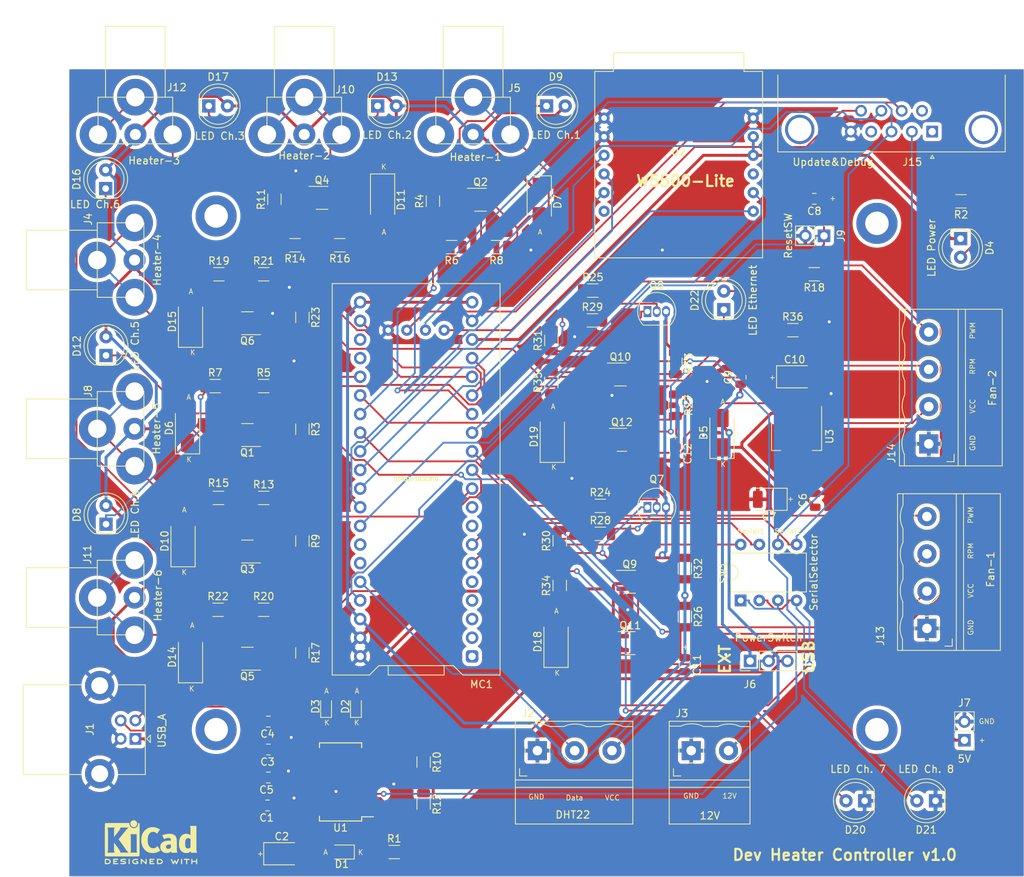
<source format=kicad_pcb>
(kicad_pcb (version 20221018) (generator pcbnew)
  (title_block (title "Dew Heater Controller"))
  (layers (0 "F.Cu" signal) (31 "B.Cu" signal) (34 "B.Paste" user) (35 "F.Paste" user) (36 "B.SilkS" user "B.Silkscreen") (37 "F.SilkS" user "F.Silkscreen") (38 "B.Mask" user) (39 "F.Mask" user) (44 "Edge.Cuts" user))
  (net 0 "")
  (net 1 "/5VUSB")
  (net 2 "GND")
  (net 3 "Net-(J1-D+)")
  (net 4 "Net-(J1-D-)")
  (net 5 "Net-(U1-3V3OUT)")
  (net 6 "/Reset")
  (net 7 "/RPM1")
  (net 8 "/RPM2")
  (net 9 "Net-(D1-K)")
  (net 10 "Net-(D2-K)")
  (net 11 "Net-(D2-A)")
  (net 12 "Net-(D3-K)")
  (net 13 "Net-(D3-A)")
  (net 14 "Net-(D4-A)")
  (net 15 "/12V")
  (net 16 "Net-(D6-A)")
  (net 17 "Net-(D7-A)")
  (net 18 "Net-(D10-A)")
  (net 19 "Net-(D11-A)")
  (net 20 "Net-(D8-K)")
  (net 21 "Net-(D9-K)")
  (net 22 "Net-(D14-A)")
  (net 23 "Net-(D15-A)")
  (net 24 "Net-(D12-K)")
  (net 25 "Net-(D13-K)")
  (net 26 "Net-(D18-K)")
  (net 27 "Net-(D19-K)")
  (net 28 "Net-(D20-A)")
  (net 29 "Net-(D21-A)")
  (net 30 "/DHT22")
  (net 31 "/PWM7")
  (net 32 "/PWM8")
  (net 34 "/RX2")
  (net 35 "/TX2")
  (net 38 "Net-(MC1-SWCLK_PA14)")
  (net 39 "Net-(MC1-SWDIO_PA13)")
  (net 40 "/ETHRST")
  (net 41 "/PWM5")
  (net 42 "/PWM6")
  (net 43 "/TX1")
  (net 44 "/RX1")
  (net 47 "Net-(D16-K)")
  (net 48 "/PWM1")
  (net 49 "/PWM2")
  (net 50 "/PWM3")
  (net 51 "Net-(D17-K)")
  (net 52 "/EthLED")
  (net 53 "Net-(D22-A)")
  (net 54 "/5V")
  (net 55 "/3V3")
  (net 61 "/ETHCS")
  (net 62 "/SCK")
  (net 63 "/MISO")
  (net 64 "/MOSI")
  (net 65 "/PWM4")
  (net 66 "Net-(Q1-G)")
  (net 67 "Net-(Q2-G)")
  (net 68 "Net-(Q3-G)")
  (net 69 "Net-(Q4-G)")
  (net 70 "Net-(Q5-G)")
  (net 71 "Net-(Q6-G)")
  (net 72 "Net-(Q7-E)")
  (net 73 "Net-(Q7-B)")
  (net 74 "Net-(Q10-G)")
  (net 75 "Net-(Q8-B)")
  (net 76 "Net-(Q11-G)")
  (net 77 "Net-(Q10-D)")
  (net 95 "/5VEXT")
  (net 96 "/RX")
  (net 97 "/TX")
  (net 98 "Net-(D5-K)")
  (net 99 "Net-(D5-A)")
  (net 100 "Net-(J15-Pad9)")
  (footprint "Resistor_SMD:R_1206_3216Metric" (layer "F.Cu") (at 82.042 85.6005 90)
    (fp_text reference "R34")
    (fp_text value "4.7K")
  )
  (footprint "Resistor_SMD:R_1206_3216Metric" (layer "F.Cu") (at 99.081 89.8279 -90)
    (fp_text reference "R26")
    (fp_text value "1K")
  )
  (footprint "Connector_PinHeader_2.54mm:PinHeader_1x02_P2.54mm_Vertical" (layer "F.Cu") (at 137.16 106.68 180)
    (fp_text reference "J7")
    (fp_text value "5V")
  )
  (footprint "Resistor_SMD:R_1206_3216Metric" (layer "F.Cu") (at 80.899 57.9105 90)
    (fp_text reference "R35")
    (fp_text value "4.7K")
  )
  (footprint "Resistor_SMD:R_1206_3216Metric" (layer "F.Cu") (at 64.77 33.2125 90)
    (fp_text reference "R4")
    (fp_text value "1K")
  )
  (footprint "Resistor_SMD:R_1206_3216Metric" (layer "F.Cu") (at 97.79 61.029 -90)
    (fp_text reference "R27")
    (fp_text value "1K")
  )
  (footprint "Capacitor_SMD:C_0805_2012Metric" (layer "F.Cu") (at 42.353 111.76)
    (fp_text reference "C5")
    (fp_text value "100n")
  )
  (footprint "Package_SO:SSOP-28_5.3x10.2mm_P0.65mm" (layer "F.Cu") (at 52.1902 112.3644 180)
    (fp_text reference "U1")
    (fp_text value "FT232RL")
  )
  (footprint "Diode_SMD:D_SMA" (layer "F.Cu") (at 31.75 95.347 90)
    (fp_text reference "D14")
    (fp_text value "SS54")
  )
  (footprint "LED_THT:LED_D5.0mm" (layer "F.Cu") (at 133.223 114.935 180)
    (fp_text reference "D21")
    (fp_text value "LED Ch. 8")
  )
  (footprint "Connector_USB:USB_B_Lumberg_2411_02_Horizontal" (layer "F.Cu") (at 24.24 106.49 180)
    (fp_text reference "J1")
    (fp_text value "USB_A")
  )
  (footprint "Resistor_SMD:R_1206_3216Metric" (layer "F.Cu") (at 43.18 32.9585 90)
    (fp_text reference "R11")
    (fp_text value "1K")
  )
  (footprint "Resistor_SMD:R_1206_3216Metric" (layer "F.Cu") (at 35.56 73.66 180)
    (fp_text reference "R15")
    (fp_text value "4.7K")
  )
  (footprint "Diode_SMD:D_SMA" (layer "F.Cu") (at 81.026 65.31 90)
    (fp_text reference "D19")
    (fp_text value "SS54")
  )
  (footprint "MyCustom:SOT-23-DS-inv" (layer "F.Cu") (at 90.5025 65.741)
    (fp_text reference "Q12")
    (fp_text value "AO3401A")
  )
  (footprint "Resistor_SMD:R_1206_3216Metric" (layer "F.Cu") (at 59.4975 121.92)
    (fp_text reference "R1")
    (fp_text value "1k")
  )
  (footprint "LED_THT:LED_D5.0mm" (layer "F.Cu") (at 136.637 38.32 -90)
    (fp_text reference "D4")
    (fp_text value "LED Power")
  )
  (footprint "MyCustom:SOT-23-3-DS-inv" (layer "F.Cu") (at 39.5025 65.09 180)
    (fp_text reference "Q1")
    (fp_text value "AO3400A")
  )
  (footprint "Resistor_SMD:R_1206_3216Metric" (layer "F.Cu") (at 116.7025 43.18 180)
    (fp_text reference "R18")
    (fp_text value "4.7k")
  )
  (footprint "Package_TO_SOT_THT:TO-92_Inline" (layer "F.Cu") (at 93.98 74.93)
    (fp_text reference "Q7")
    (fp_text value "PN2222A")
  )
  (footprint "Resistor_SMD:R_1206_3216Metric" (layer "F.Cu") (at 41.7175 73.66)
    (fp_text reference "R13")
    (fp_text value "10K")
  )
  (footprint "Resistor_SMD:R_1206_3216Metric" (layer "F.Cu") (at 73.4196 39.48 180)
    (fp_text reference "R8")
    (fp_text value "4.7K")
  )
  (footprint "MountingHole:MountingHole_3.2mm_M3_DIN965_Pad" (layer "F.Cu") (at 35.24 35.24)
    (fp_text reference "MH1")
    (fp_text value "MountingHole_3.2mm_M3_DIN965_Pad" hide)
  )
  (footprint "Capacitor_SMD:C_0805_2012Metric" (layer "F.Cu") (at 42.353 107.95 180)
    (fp_text reference "C3")
    (fp_text value "47p")
  )
  (footprint "Connector_Dsub:DSUB-9_Male_Horizontal_P2.77x2.84mm_EdgePinOffset4.94mm_Housed_MountingHolesOffset7.48mm" (layer "F.Cu") (at 132.77 23.74 180)
    (fp_text reference "J15")
    (fp_text value "Update&Debug")
  )
  (footprint "Capacitor_Tantalum_SMD:CP_EIA-3528-21_Kemet-B" (layer "F.Cu") (at 44.1825 122.15)
    (fp_text reference "C2")
    (fp_text value "4.7u")
  )
  (footprint "LED_THT:LED_D5.0mm" (layer "F.Cu") (at 20.24 54.24 90)
    (fp_text reference "D12")
    (fp_text value "LED Ch.5")
  )
  (footprint "Resistor_SMD:R_1206_3216Metric" (layer "F.Cu") (at 63.5 115.3775 -90)
    (fp_text reference "R12")
    (fp_text value "300")
  )
  (footprint "Diode_SMD:D_SMA" (layer "F.Cu") (at 31.344 64.146 90)
    (fp_text reference "D6")
    (fp_text value "SS54")
  )
  (footprint "Capacitor_SMD:C_0805_2012Metric" (layer "F.Cu") (at 99.06 96.393 -90)
    (fp_text reference "C11")
    (fp_text value "1u")
  )
  (footprint "Capacitor_SMD:C_0805_2012Metric" (layer "F.Cu") (at 42.353 104.14 180)
    (fp_text reference "C4")
    (fp_text value "47p")
  )
  (footprint "Resistor_SMD:R_1206_3216Metric" (layer "F.Cu") (at 86.487 49.467)
    (fp_text reference "R29")
    (fp_text value "4.7K")
  )
  (footprint "MountingHole:MountingHole_3.2mm_M3_DIN965_Pad" (layer "F.Cu") (at 125.24 105.24)
    (fp_text reference "MH4")
    (fp_text value "MountingHole_3.2mm_M3_DIN965_Pad" hide)
  )
  (footprint "Diode_SMD:D_SMA" (layer "F.Cu") (at 81.534 93.25 90)
    (fp_text reference "D18")
    (fp_text value "SS54")
  )
  (footprint "MyCustom:SOT-23-3-DS-inv" (layer "F.Cu") (at 71.2525 33.02)
    (fp_text reference "Q2")
    (fp_text value "AO3400A")
  )
  (footprint "MyCustom:RCA_F_4Pin_15mm_11mm" (layer "F.Cu") (at 47.24 19.05 180)
    (fp_text reference "J10")
    (fp_text value "Heater-2")
  )
  (footprint "Resistor_SMD:R_1206_3216Metric" (layer "F.Cu") (at 86.5485 45.403)
    (fp_text reference "R25")
    (fp_text value "750")
  )
  (footprint "Capacitor_SMD:C_0805_2012Metric" (layer "F.Cu") (at 116.713 32.893 180)
    (fp_text reference "C8")
    (fp_text value "1u")
  )
  (footprint "MyCustom:TerminalBlock_PTR_AKZ950-4_P5.08mm_Vertical" (layer "F.Cu") (at 132.304 66.294 90)
    (fp_text reference "J14")
    (fp_text value "Fan-2")
  )
  (footprint "Capacitor_SMD:C_0805_2012Metric" (layer "F.Cu") (at 42.23 115.57 180)
    (fp_text reference "C1")
    (fp_text value "100n")
  )
  (footprint "LED_SMD:LED_0603_1608Metric" (layer "F.Cu") (at 50.216 102.0825 90)
    (fp_text reference "D3")
    (fp_text value "LED Red")
  )
  (footprint "Resistor_SMD:R_1206_3216Metric" (layer "F.Cu") (at 113.79 50.8)
    (fp_text reference "R36")
    (fp_text value "3K")
  )
  (footprint "Resistor_SMD:R_1206_3216Metric" (layer "F.Cu") (at 46.99 49.0575 -90)
    (fp_text reference "R23")
    (fp_text value "4.7K")
  )
  (footprint "MyCustom:RCA_F_4Pin_15mm_11mm" (layer "F.Cu") (at 24.24 19.05 180)
    (fp_text reference "J12")
    (fp_text value "Heater-3")
  )
  (footprint "Symbol:KiCad-Logo2_5mm_SilkScreen" (layer "F.Cu") (at 26.3652 120.5738)
    (fp_text reference "REF**" hide)
    (fp_text value "KiCad-Logo2_5mm_SilkScreen" hide)
  )
  (footprint "LED_THT:LED_D5.0mm" (layer "F.Cu") (at 57.24 20.24)
    (fp_text reference "D13")
    (fp_text value "LED Ch.2")
  )
  (footprint "Package_TO_SOT_SMD:SOT-223" (layer "F.Cu") (at 114.3 65.283 -90)
    (fp_text reference "U3")
    (fp_text value "AZ1117-5.0")
  )
  (footprint "MyCustom:RCA_F_4Pin_15mm_11mm" (layer "F.Cu") (at 70.24 19.05 180)
    (fp_text reference "J5")
    (fp_text value "Heater-1")
  )
  (footprint "Package_TO_SOT_THT:TO-92_Inline" (layer "F.Cu") (at 93.98 48.26)
    (fp_text reference "Q8")
    (fp_text value "PN2222A")
  )
  (footprint "Resistor_SMD:R_1206_3216Metric" (layer "F.Cu") (at 35.6215 43.18)
    (fp_text reference "R19")
    (fp_text value "1K")
  )
  (footprint "Resistor_SMD:R_1206_3216Metric" (layer "F.Cu") (at 97.79 55.314 -90)
    (fp_text reference "R33")
    (fp_text value "1K")
  )
  (footprint "MyCustom:RCA_F_4Pin_15mm_11mm" (layer "F.Cu") (at 19.05 64.24 -90)
    (fp_text reference "J8")
    (fp_text value "Heater-5")
  )
  (footprint "Resistor_SMD:R_1206_3216Metric" (layer "F.Cu") (at 41.7175 88.9)
    (fp_text reference "R20")
    (fp_text value "10K")
  )
  (footprint "Resistor_SMD:R_1206_3216Metric" (layer "F.Cu") (at 67.3236 39.48 180)
    (fp_text reference "R6")
    (fp_text value "10K")
  )
  (footprint "Capacitor_SMD:C_0805_2012Metric" (layer "F.Cu") (at 106.68 57.204 90)
    (fp_text reference "C9")
    (fp_text value "100n")
  )
  (footprint "Resistor_SMD:R_1206_3216Metric" (layer "F.Cu") (at 87.5685 74.74)
    (fp_text reference "R24")
    (fp_text value "750")
  )
  (footprint "MyCustom:TerminalBlock_PTR_AKZ950-2_P5.08mm_Vertical" (layer "F.Cu") (at 99.949 108.097)
    (fp_text reference "J3")
    (fp_text value "12V")
  )
  (footprint "LED_THT:LED_D5.0mm" (layer "F.Cu") (at 20.193 31.501 90)
    (fp_text reference "D16")
    (fp_text value "LED Ch.6")
  )
  (footprint "Package_DIP:DIP-8_W7.62mm" (layer "F.Cu") (at 106.68 87.63 90)
    (fp_text reference "SW1")
    (fp_text value "SerialSelector")
  )
  (footprint "Diode_SMD:D_SMA" (layer "F.Cu") (at 31.75 49.627 90)
    (fp_text reference "D15")
    (fp_text value "SS54")
  )
  (footprint "LED_SMD:LED_0805_2012Metric" (layer "F.Cu") (at 52.372 121.92 180)
    (fp_text reference "D1")
    (fp_text value "LED")
  )
  (footprint "MyCustom:W5500_Lite" (layer "F.Cu") (at 98.24 28.24)
    (fp_text reference "U2")
    (fp_text value "W5500_Lite_Ethernet_module")
  )
  (footprint "Capacitor_SMD:C_0805_2012Metric" (layer "F.Cu") (at 116.84 73.98 90)
    (fp_text reference "C6")
    (fp_text value "100n")
  )
  (footprint "MyCustom:SOT-23-DS-inv" (layer "F.Cu") (at 91.654 93.448)
    (fp_text reference "Q11")
    (fp_text value "AO3401A")
  )
  (footprint "MountingHole:MountingHole_3.2mm_M3_DIN965_Pad" (layer "F.Cu") (at 35.24 105.24)
    (fp_text reference "MH3")
    (fp_text value "MountingHole_3.2mm_M3_DIN965_Pad" hide)
  )
  (footprint "Resistor_SMD:R_1206_3216Metric" (layer "F.Cu") (at 41.7175 58.42)
    (fp_text reference "R5")
    (fp_text value "10K")
  )
  (footprint "Resistor_SMD:R_1206_3216Metric" (layer "F.Cu") (at 41.7175 43.18)
    (fp_text reference "R21")
    (fp_text value "10K")
  )
  (footprint "Resistor_SMD:R_1206_3216Metric" (layer "F.Cu") (at 87.5685 78.55)
    (fp_text reference "R28")
    (fp_text value "4.7K")
  )
  (footprint "MyCustom:SOT-23-3-DS-inv" (layer "F.Cu") (at 39.5025 49.85 180)
    (fp_text reference "Q6")
    (fp_text value "AO3400A")
  )
  (footprint "LED_SMD:LED_0603_1608Metric" (layer "F.Cu") (at 54.28 102.0825 90)
    (fp_text reference "D2")
    (fp_text value "LED Blue")
  )
  (footprint "Resistor_SMD:R_1206_3216Metric" (layer "F.Cu") (at 46.99 94.7775 -90)
    (fp_text reference "R17")
    (fp_text value "1K")
  )
  (footprint "MyCustom:STM32F103C8T6" (layer "F.Cu") (at 70.104 95.25 180)
    (fp_text reference "MC1")
    (fp_text value "STM32F103C8T6-board")
  )
  (footprint "Resistor_SMD:R_1206_3216Metric" (layer "F.Cu") (at 82.042 79.5045 90)
    (fp_text reference "R30")
    (fp_text value "1K")
  )
  (footprint "Capacitor_SMD:C_0805_2012Metric" (layer "F.Cu") (at 97.79 67.63 -90)
    (fp_text reference "C12")
    (fp_text value "1u")
  )
  (footprint "MountingHole:MountingHole_3.2mm_M3_DIN965_Pad" (layer "F.Cu") (at 125.24 36.24)
    (fp_text reference "MH2")
    (fp_text value "MountingHole_3.2mm_M3_DIN965_Pad" hide)
  )
  (footprint "MyCustom:SOT-23-3-DS-inv" (layer "F.Cu") (at 90.3025 56.839)
    (fp_text reference "Q10")
    (fp_text value "AO3400A")
  )
  (footprint "Resistor_SMD:R_1206_3216Metric" (layer "F.Cu") (at 99.081 83.2854 -90)
    (fp_text reference "R32")
    (fp_text value "1K")
  )
  (footprint "Resistor_SMD:R_1206_3216Metric" (layer "F.Cu") (at 46.99 79.5375 -90)
    (fp_text reference "R9")
    (fp_text value "1K")
  )
  (footprint "Resistor_SMD:R_1206_3216Metric" (layer "F.Cu") (at 136.7025 33.24 180)
    (fp_text reference "R2")
    (fp_text value "1K")
  )
  (footprint "Resistor_SMD:R_1206_3216Metric" (layer "F.Cu") (at 35.4985 88.9)
    (fp_text reference "R22")
    (fp_text value "4.7K")
  )
  (footprint "MyCustom:RCA_F_4Pin_15mm_11mm" (layer "F.Cu") (at 19.05 87.24 -90)
    (fp_text reference "J11")
    (fp_text value "Heater-6")
  )
  (footprint "MyCustom:SOT-23-3-DS-inv" (layer "F.Cu") (at 39.5025 95.57 180)
    (fp_text reference "Q5")
    (fp_text value "AO3400A")
  )
  (footprint "Capacitor_Tantalum_SMD:CP_EIA-3528-21_Kemet-B" (layer "F.Cu") (at 114.0325 57.15)
    (fp_text reference "C10")
    (fp_text value "10u")
  )
  (footprint "Resistor_SMD:R_1206_3216Metric" (layer "F.Cu") (at 45.9876 39.226 180)
    (fp_text reference "R14")
    (fp_text value "10K")
  )
  (footprint "LED_THT:LED_D5.0mm" (layer "F.Cu") (at 34.24 20.24)
    (fp_text reference "D17")
    (fp_text value "LED Ch.3")
  )
  (footprint "LED_THT:LED_D5.0mm" (layer "F.Cu") (at 104.39 48.011 90)
    (fp_text reference "D22")
    (fp_text value "LED Ethernet")
  )
  (footprint "Resistor_SMD:R_1206_3216Metric" (layer "F.Cu") (at 52.0836 39.226 180)
    (fp_text reference "R16")
    (fp_text value "4.7K")
  )
  (footprint "MyCustom:SOT-23-3-DS-inv" (layer "F.Cu") (at 91.5725 85.09)
    (fp_text reference "Q9")
    (fp_text value "AO3400A")
  )
  (footprint "MyCustom:TerminalBlock_PTR_AKZ950-3_P5.08mm_Vertical" (layer "F.Cu") (at 78.994 108.097)
    (fp_text reference "J2")
    (fp_text value "DHT22")
  )
  (footprint "Resistor_SMD:R_1206_3216Metric" (layer "F.Cu") (at 35.1135 58.42)
    (fp_text reference "R7")
    (fp_text value "4.7K")
  )
  (footprint "Diode_SMD:D_SMA" (layer "F.Cu") (at 104.14 64.77 90)
    (fp_text reference "D5")
    (fp_text value "SS54")
  )
  (footprint "MyCustom:RCA_F_4Pin_15mm_11mm" (layer "F.Cu") (at 19.05 41.24 -90)
    (fp_text reference "J4")
    (fp_text value "Heater-4")
  )
  (footprint "Resistor_SMD:R_1206_3216Metric" (layer "F.Cu") (at 63.5 109.6665 -90)
    (fp_text reference "R10")
    (fp_text value "300")
  )
  (footprint "Resistor_SMD:R_1206_3216Metric" (layer "F.Cu") (at 80.899 52.1995 90)
    (fp_text reference "R31")
    (fp_text value "1K")
  )
  (footprint "Capacitor_Tantalum_SMD:CP_EIA-3528-21_Kemet-B" (layer "F.Cu") (at 110.555 73.845 180)
    (fp_text reference "C7")
    (fp_text value "10u")
  )
  (footprint "Diode_SMD:D_SMA" (layer "F.Cu") (at 57.912 33.02 -90)
    (fp_text reference "D11")
    (fp_text value "SS54")
  )
  (footprint "MyCustom:SOT-23-3-DS-inv" (layer "F.Cu") (at 39.5025 80.96 180)
    (fp_text reference "Q3")
    (fp_text value "AO3400A")
  )
  (footprint "Resistor_SMD:R_1206_3216Metric" (layer "F.Cu") (at 46.99 64.2975 -90)
    (fp_text reference "R3")
    (fp_text value "1K")
  )
  (footprint "LED_THT:LED_D5.0mm" (layer "F.Cu") (at 80.24 20.24)
    (fp_text reference "D9")
    (fp_text value "LED Ch.1")
  )
  (footprint "Diode_SMD:D_SMA" (layer "F.Cu") (at 79.248 33.274 -90)
    (fp_text reference "D7")
    (fp_text value "SS54")
  )
  (footprint "Diode_SMD:D_SMA" (layer "F.Cu") (at 30.734 79.5375 90)
    (fp_text reference "D10")
    (fp_text value "SS54")
  )
  (footprint "Connector_PinHeader_2.54mm:PinHeader_1x02_P2.54mm_Vertical" (layer "F.Cu") (at 118.034 37.938 -90)
    (fp_text reference "J9")
    (fp_text value "ResetSW")
  )
  (footprint "LED_THT:LED_D5.0mm" (layer "F.Cu") (at 123.571 114.935 180)
    (fp_text reference "D20")
    (fp_text value "LED Ch. 7")
  )
  (footprint "Connector_PinHeader_2.54mm:PinHeader_1x03_P2.54mm_Vertical" (layer "F.Cu") (at 107.965 95.885 90)
    (fp_text reference "J6")
    (fp_text value "PowerSwitch")
  )
  (footprint "MyCustom:TerminalBlock_PTR_AKZ950-4_P5.08mm_Vertical" (layer "F.Cu") (at 132.05 91.44 90)
    (fp_text reference "J13")
    (fp_text value "Fan-1")
  )
  (footprint "LED_THT:LED_D5.0mm" (layer "F.Cu") (at 20.24 77.24 90)
    (fp_text reference "D8")
    (fp_text value "LED Ch.4")
  )
  (footprint "MyCustom:SOT-23-3-DS-inv" (layer "F.Cu") (at 49.6625 32.76)
    (fp_text reference "Q4")
    (fp_text value "AO3400A")
  )
  (gr_rect (start 15.24 15.24) (end 145.24 125.24) (stroke (width 0.05)) (fill none) (layer "Edge.Cuts"))
  (gr_text "12V" (at 104.14 114.681) (layer "F.SilkS") (effects (font (size 0.7 0.7) (thickness 0.1)) (justify left bottom)))
  (gr_text "Serial1" (at 106.172 78.613) (layer "F.SilkS") (effects (font (size 0.7 0.7) (thickness 0.1)) (justify left bottom)))
  (gr_text "K" (at 31.496 100.076) (layer "F.SilkS") (effects (font (size 0.7 0.7) (thickness 0.1)) (justify left bottom)))
  (gr_text "K" (at 78.994 29.21) (layer "F.SilkS") (effects (font (size 0.7 0.7) (thickness 0.1)) (justify left bottom)))
  (gr_text "+" (at 118.7196 33.2232) (layer "F.SilkS") (effects (font (size 0.7 0.7) (thickness 0.1)) (justify left bottom)))
  (gr_text "K" (at 31.14 68.84) (layer "F.SilkS") (effects (font (size 0.7 0.7) (thickness 0.1)) (justify left bottom)))
  (gr_text "Dev Heater Controller v1.0" (at 105.41 123.19) (layer "F.SilkS") (effects (font (size 1.5 1.5) (thickness 0.3) bold) (justify left bottom)))
  (gr_text "K" (at 81.28 97.9424) (layer "F.SilkS") (effects (font (size 0.7 0.7) (thickness 0.1)) (justify left bottom)))
  (gr_text "K" (at 103.886 69.4944) (layer "F.SilkS") (effects (font (size 0.7 0.7) (thickness 0.1)) (justify left bottom)))
  (gr_text "PWM" (at 138.684 52.07 90) (layer "F.SilkS") (effects (font (size 0.7 0.7) (thickness 0.1)) (justify left bottom)))
  (gr_text "+" (at 98.6536 94.361) (layer "F.SilkS") (effects (font (size 0.7 0.7) (thickness 0.1)) (justify left bottom)))
  (gr_text "K" (at 57.658 28.956) (layer "F.SilkS") (effects (font (size 0.7 0.7) (thickness 0.1)) (justify left bottom)))
  (gr_text "GND" (at 98.806 114.681) (layer "F.SilkS") (effects (font (size 0.7 0.7) (thickness 0.1)) (justify left bottom)))
  (gr_text "A" (at 49.784 122.3518) (layer "F.SilkS") (effects (font (size 0.7 0.7) (thickness 0.1)) (justify left bottom)))
  (gr_text "A" (at 31.44 45.94) (layer "F.SilkS") (effects (font (size 0.7 0.7) (thickness 0.1)) (justify left bottom)))
  (gr_text "A" (at 57.7342 37.846) (layer "F.SilkS") (effects (font (size 0.7 0.7) (thickness 0.1)) (justify left bottom)))
  (gr_text "A" (at 30.54 75.692) (layer "F.SilkS") (effects (font (size 0.7 0.7) (thickness 0.1)) (justify left bottom)))
  (gr_text "K" (at 49.911 104.6988) (layer "F.SilkS") (effects (font (size 0.7 0.7) (thickness 0.1)) (justify left bottom)))
  (gr_text "RPM" (at 138.43 82.042 90) (layer "F.SilkS") (effects (font (size 0.7 0.7) (thickness 0.1)) (justify left bottom)))
  (gr_text "Serial2" (at 111.252 78.613) (layer "F.SilkS") (effects (font (size 0.7 0.7) (thickness 0.1)) (justify left bottom)))
  (gr_text "K" (at 80.8228 69.8754) (layer "F.SilkS") (effects (font (size 0.7 0.7) (thickness 0.1)) (justify left bottom)))
  (gr_text "+" (at 113.8428 74.3204 90) (layer "F.SilkS") (effects (font (size 0.7 0.7) (thickness 0.1)) (justify left bottom)))
  (gr_text "RPM" (at 138.684 56.896 90) (layer "F.SilkS") (effects (font (size 0.7 0.7) (thickness 0.1)) (justify left bottom)))
  (gr_text "Data" (at 82.804 114.935) (layer "F.SilkS") (effects (font (size 0.7 0.7) (thickness 0.1)) (justify left bottom)))
  (gr_text "K" (at 54.5084 122.3772) (layer "F.SilkS") (effects (font (size 0.7 0.7) (thickness 0.1)) (justify left bottom)))
  (gr_text "+" (at 110.6515 56.765 -90) (layer "F.SilkS") (effects (font (size 0.7 0.7) (thickness 0.1)) (justify left bottom)))
  (gr_text "+" (at 139.065 107.061) (layer "F.SilkS") (effects (font (size 0.7 0.7) (thickness 0.1)) (justify left bottom)))
  (gr_text "A" (at 54.057 100.3808) (layer "F.SilkS") (effects (font (size 0.7 0.7) (thickness 0.1)) (justify left bottom)))
  (gr_text "VCC" (at 138.684 62.23 90) (layer "F.SilkS") (effects (font (size 0.7 0.7) (thickness 0.1)) (justify left bottom)))
  (gr_text "A" (at 80.772 61.6204) (layer "F.SilkS") (effects (font (size 0.7 0.7) (thickness 0.1)) (justify left bottom)))
  (gr_text "EXT" (at 105.41 97.79 90) (layer "F.SilkS") (effects (font (size 1.5 1.5) (thickness 0.3) bold) (justify left bottom)))
  (gr_text "PWM" (at 138.43 77.216 90) (layer "F.SilkS") (effects (font (size 0.7 0.7) (thickness 0.1)) (justify left bottom)))
  (gr_text "GND" (at 138.684 67.31 90) (layer "F.SilkS") (effects (font (size 0.7 0.7) (thickness 0.1)) (justify left bottom)))
  (gr_text "+" (at 40.767 122.5296) (layer "F.SilkS") (effects (font (size 0.7 0.7) (thickness 0.1)) (justify left bottom)))
  (gr_text "A" (at 31.14 60.34) (layer "F.SilkS") (effects (font (size 0.7 0.7) (thickness 0.1)) (justify left bottom)))
  (gr_text "VCC" (at 88.138 114.935) (layer "F.SilkS") (effects (font (size 0.7 0.7) (thickness 0.1)) (justify left bottom)))
  (gr_text "A" (at 81.2292 89.4842) (layer "F.SilkS") (effects (font (size 0.7 0.7) (thickness 0.1)) (justify left bottom)))
  (gr_text "VCC" (at 138.43 87.376 90) (layer "F.SilkS") (effects (font (size 0.7 0.7) (thickness 0.1)) (justify left bottom)))
  (gr_text "A" (at 78.994 37.846) (layer "F.SilkS") (effects (font (size 0.7 0.7) (thickness 0.1)) (justify left bottom)))
  (gr_text "K" (at 53.975 104.6988) (layer "F.SilkS") (effects (font (size 0.7 0.7) (thickness 0.1)) (justify left bottom)))
  (gr_text "W5500-Lite" (at 92.3036 31.3436) (layer "F.SilkS") (effects (font (size 1.5 1.5) (thickness 0.3) bold) (justify left bottom)))
  (gr_text "A" (at 103.886 60.96) (layer "F.SilkS") (effects (font (size 0.7 0.7) (thickness 0.1)) (justify left bottom)))
  (gr_text "+" (at 97.3074 65.7606) (layer "F.SilkS") (effects (font (size 0.7 0.7) (thickness 0.1)) (justify left bottom)))
  (gr_text "USB" (at 116.84 97.79 90) (layer "F.SilkS") (effects (font (size 1.5 1.5) (thickness 0.3) bold) (justify left bottom)))
  (gr_text "K" (at 31.64 54.24) (layer "F.SilkS") (effects (font (size 0.7 0.7) (thickness 0.1)) (justify left bottom)))
  (gr_text "GND" (at 77.724 114.808) (layer "F.SilkS") (effects (font (size 0.7 0.7) (thickness 0.1)) (justify left bottom)))
  (gr_text "A" (at 31.623 91.44) (layer "F.SilkS") (effects (font (size 0.7 0.7) (thickness 0.1)) (justify left bottom)))
  (gr_text "K" (at 30.48 84.201) (layer "F.SilkS") (effects (font (size 0.7 0.7) (thickness 0.1)) (justify left bottom)))
  (gr_text "A" (at 49.911 100.3808) (layer "F.SilkS") (effects (font (size 0.7 0.7) (thickness 0.1)) (justify left bottom)))
  (gr_text "GND" (at 139.065 104.521) (layer "F.SilkS") (effects (font (size 0.7 0.7) (thickness 0.1)) (justify left bottom)))
  (gr_text "GND" (at 138.43 92.456 90) (layer "F.SilkS") (effects (font (size 0.7 0.7) (thickness 0.1)) (justify left bottom)))
  (segment (start 55.7902 114.6394) (end 54.5151 114.6394) (width 0.4) (layer "F.Cu") (net 1))
  (segment (start 51.4345 121.92) (end 50.2384 120.7239) (width 0.4) (layer "F.Cu") (net 1))
  (segment (start 44.2275 116.6175) (end 43.18 115.57) (width 0.4) (layer "F.Cu") (net 1))
  (segment (start 32.6766 113.7265) (end 41.382 113.7265) (width 0.4) (layer "F.Cu") (net 1))
  (segment (start 48.5902 111.3894) (end 48.5902 110.7394) (width 0.4) (layer "F.Cu") (net 1))
  (segment (start 64.8098 114.9196) (end 63.5 116.2294) (width 0.4) (layer "F.Cu") (net 1))
  (segment (start 43.18 115.57) (end 43.18 115.5245) (width 0.4) (layer "F.Cu") (net 1))
  (segment (start 50.2384 120.7239) (end 50.2384 120.5675) (width 0.4) (layer "F.Cu") (net 1))
  (segment (start 41.382 113.7265) (end 43.18 115.5245) (width 0.4) (layer "F.Cu") (net 1))
  (segment (start 59.1712 116.2294) (end 63.5 116.2294) (width 0.4) (layer "F.Cu") (net 1))
  (segment (start 111.7949 96.4319) (end 109.9273 98.2995) (width 0.4) (layer "F.Cu") (net 1))
  (segment (start 44.2275 120.5675) (end 42.645 122.15) (width 0.4) (layer "F.Cu") (net 1))
  (segment (start 43.18 114.681) (end 43.18 115.57) (width 0.4) (layer "F.Cu") (net 1))
  (segment (start 55.7902 114.6394) (end 57.5812 114.6394) (width 0.4) (layer "F.Cu") (net 1))
  (segment (start 44.2275 120.5675) (end 44.2275 116.6175) (width 0.4) (layer "F.Cu") (net 1))
  (segment (start 113.045 95.885) (end 111.7949 95.885) (width 0.4) (layer "F.Cu") (net 1))
  (segment (start 24.24 106.49) (end 25.4401 106.49) (width 0.4) (layer "F.Cu") (net 1))
  (segment (start 50.2384 120.5675) (end 44.2275 120.5675) (width 0.4) (layer "F.Cu") (net 1))
  (segment (start 109.9273 98.2995) (end 78.9491 98.2995) (width 0.4) (layer "F.Cu") (net 1))
  (segment (start 63.5 116.84) (end 63.5 116.2294) (width 0.4) (layer "F.Cu") (net 1))
  (segment (start 111.7949 95.885) (end 111.7949 96.4319) (width 0.4) (layer "F.Cu") (net 1))
  (segment (start 50.2384 118.9161) (end 54.5151 114.6394) (width 0.4) (layer "F.Cu") (net 1))
  (segment (start 57.5812 114.6394) (end 59.1712 116.2294) (width 0.4) (layer "F.Cu") (net 1))
  (segment (start 25.4401 106.49) (end 32.6766 113.7265) (width 0.4) (layer "F.Cu") (net 1))
  (segment (start 64.8098 112.4388) (end 64.8098 114.9196) (width 0.4) (layer "F.Cu") (net 1))
  (segment (start 63.5 111.129) (end 64.8098 112.4388) (width 0.4) (layer "F.Cu") (net 1))
  (segment (start 48.5902 111.3894) (end 46.4716 111.3894) (width 0.4) (layer "F.Cu") (net 1))
  (segment (start 46.4716 111.3894) (end 43.18 114.681) (width 0.4) (layer "F.Cu") (net 1))
  (segment (start 50.2384 120.5675) (end 50.2384 118.9161) (width 0.4) (layer "F.Cu") (net 1))
  (segment (start 78.9491 98.2995) (end 64.8098 112.4388) (width 0.4) (layer "F.Cu") (net 1))
  (segment (start 45.8666 110.0894) (end 45.085 110.871) (width 0.4) (layer "F.Cu") (net 2))
  (segment (start 45.847 114.554) (end 45.847 114.427) (width 0.4) (layer "F.Cu") (net 2))
  (segment (start 47.0916 112.0394) (end 45.974 113.157) (width 0.4) (layer "F.Cu") (net 2))
  (segment (start 55.7902 112.6894) (end 59.436 112.6894) (width 0.4) (layer "F.Cu") (net 2))
  (segment (start 45.085 110.871) (end 45.212 110.744) (width 0.4) (layer "F.Cu") (net 2))
  (segment (start 45.974 113.157) (end 45.847 113.284) (width 0.4) (layer "F.Cu") (net 2))
  (segment (start 50.5876 114.6394) (end 51.562 113.665) (width 0.4) (layer "F.Cu") (net 2))
  (segment (start 103.639 56.254) (end 102.108 57.785) (width 0.4) (layer "F.Cu") (net 2))
  (segment (start 48.5902 114.6394) (end 50.5876 114.6394) (width 0.4) (layer "F.Cu") (net 2))
  (segment (start 58.928 110.871) (end 58.801 110.998) (width 0.4) (layer "F.Cu") (net 2))
  (segment (start 48.5902 110.0894) (end 45.8666 110.0894) (width 0.4) (layer "F.Cu") (net 2))
  (segment (start 58.801 110.871) (end 58.928 110.871) (width 0.4) (layer "F.Cu") (net 2))
  (segment (start 58.801 110.998) (end 58.801 110.871) (width 0.4) (layer "F.Cu") (net 2))
  (segment (start 45.847 113.284) (end 45.847 114.554) (width 0.4) (layer "F.Cu") (net 2))
  (segment (start 48.5902 112.0394) (end 47.0916 112.0394) (width 0.4) (layer "F.Cu") (net 2))
  (segment (start 106.68 56.254) (end 103.639 56.254) (width 0.4) (layer "F.Cu") (net 2))
  (segment (start 89.154 59.69) (end 89.165 59.552) (width 0.4) (layer "F.Cu") (net 2))
  (segment (start 89.165 57.789) (end 89.154 59.69) (width 0.4) (layer "F.Cu") (net 2))
  (via (at 45.847 114.554) (size 0.8) (drill 0.4) (layers "F.Cu" "B.Cu") (net 2))
  (via (at 91.313 88.9) (size 0.8) (drill 0.4) (layers "F.Cu" "B.Cu") (net 2))
  (via (at 84.074 51.689) (size 0.8) (drill 0.4) (layers "F.Cu" "B.Cu") (net 2))
  (via (at 45.212 44.958) (size 0.8) (drill 0.4) (layers "F.Cu" "B.Cu") (net 2))
  (via (at 77.216 78.613) (size 0.8) (drill 0.4) (layers "F.Cu" "B.Cu") (net 2))
  (via (at 102.108 57.785) (size 0.8) (drill 0.4) (layers "F.Cu" "B.Cu") (net 2))
  (via (at 46.101 29.083) (size 0.8) (drill 0.4) (layers "F.Cu" "B.Cu") (net 2))
  (via (at 59.436 112.649) (size 0.8) (drill 0.4) (layers "F.Cu" "B.Cu") (net 2))
  (via (at 89.154 59.69) (size 0.8) (drill 0.4) (layers "F.Cu" "B.Cu") (net 2))
  (via (at 104.648 94.996) (size 0.8) (drill 0.4) (layers "F.Cu" "B.Cu") (net 2))
  (via (at 83.693 70.993) (size 0.8) (drill 0.4) (layers "F.Cu" "B.Cu") (net 2))
  (via (at 45.466 106.299) (size 0.8) (drill 0.4) (layers "F.Cu" "B.Cu") (net 2))
  (via (at 45.847 54.991) (size 0.8) (drill 0.4) (layers "F.Cu" "B.Cu") (net 2))
  (via (at 42.926 48.514) (size 0.8) (drill 0.4) (layers "F.Cu" "B.Cu") (net 2))
  (via (at 45.085 110.871) (size 0.8) (drill 0.4) (layers "F.Cu" "B.Cu") (net 2))
  (via (at 118.999 59.436) (size 0.8) (drill 0.4) (layers "F.Cu" "B.Cu") (net 2))
  (via (at 96.012 39.878) (size 0.8) (drill 0.4) (layers "F.Cu" "B.Cu") (net 2))
  (via (at 51.562 113.665) (size 0.8) (drill 0.4) (layers "F.Cu" "B.Cu") (net 2))
  (via (at 78.105 39.878) (size 0.8) (drill 0.4) (layers "F.Cu" "B.Cu") (net 2))
  (via (at 118.745 49.657) (size 0.8) (drill 0.4) (layers "F.Cu" "B.Cu") (net 2))
  (via (at 101.6 65.151) (size 0.8) (drill 0.4) (layers "F.Cu" "B.Cu") (net 2))
  (segment (start 84.074 51.689) (end 96.012 39.878) (width 0.4) (layer "B.Cu") (net 2))
  (segment (start 102.108 57.785) (end 101.6 58.293) (width 0.4) (layer "B.Cu") (net 2))
  (segment (start 101.6 58.293) (end 101.6 65.151) (width 0.4) (layer "B.Cu") (net 2))
  (segment (start 43.4924 108.1394) (end 43.303 107.95) (width 0.25) (layer "F.Cu") (net 3))
  (segment (start 34.2624 109.0429) (end 42.2101 109.0429) (width 0.25) (layer "F.Cu") (net 3))
  (segment (start 30.5843 105.3648) (end 34.2624 109.0429) (width 0.25) (layer "F.Cu") (net 3))
  (segment (start 42.2101 109.0429) (end 43.303 107.95) (width 0.25) (layer "F.Cu") (net 3))
  (segment (start 22.24 103.99) (end 23.6148 105.3648) (width 0.25) (layer "F.Cu") (net 3))
  (segment (start 48.5902 108.1394) (end 43.4924 108.1394) (width 0.25) (layer "F.Cu") (net 3))
  (segment (start 23.6148 105.3648) (end 30.5843 105.3648) (width 0.25) (layer "F.Cu") (net 3))
  (segment (start 43.303 104.14) (end 46.1875 104.14) (width 0.25) (layer "F.Cu") (net 4))
  (segment (start 46.1875 104.14) (end 49.7903 107.7428) (width 0.25) (layer "F.Cu") (net 4))
  (segment (start 26.1249 102.1051) (end 41.2681 102.1051) (width 0.25) (layer "F.Cu") (net 4))
  (segment (start 41.2681 102.1051) (end 43.303 104.14) (width 0.25) (layer "F.Cu") (net 4))
  (segment (start 48.5902 108.7894) (end 49.7903 108.7894) (width 0.25) (layer "F.Cu") (net 4))
  (segment (start 49.7903 107.7428) (end 49.7903 108.7894) (width 0.25) (layer "F.Cu") (net 4))
  (segment (start 24.24 103.99) (end 26.1249 102.1051) (width 0.25) (layer "F.Cu") (net 4))
  (segment (start 43.7236 109.4394) (end 41.403 111.76) (width 0.25) (layer "F.Cu") (net 5))
  (segment (start 48.5902 109.4394) (end 43.7236 109.4394) (width 0.25) (layer "F.Cu") (net 5))
  (segment (start 118.034 33.264) (end 118.034 37.938) (width 0.25) (layer "F.Cu") (net 6))
  (segment (start 115.24 41.9071) (end 115.24 43.18) (width 0.25) (layer "F.Cu") (net 6))
  (segment (start 117.663 32.893) (end 118.034 33.264) (width 0.25) (layer "F.Cu") (net 6))
  (segment (start 118.034 39.1131) (end 115.24 41.9071) (width 0.25) (layer "F.Cu") (net 6))
  (segment (start 118.034 37.938) (end 118.034 39.1131) (width 0.25) (layer "F.Cu") (net 6))
  (segment (start 62.8958 75.1845) (end 62.8958 76.183) (width 0.25) (layer "B.Cu") (net 6))
  (segment (start 62.8958 76.183) (end 55.2588 83.82) (width 0.25) (layer "B.Cu") (net 6))
  (segment (start 70.6008 68.58) (end 69.5003 68.58) (width 0.25) (layer "B.Cu") (net 6))
  (segment (start 116.8589 38.3053) (end 116.0511 39.1131) (width 0.25) (layer "B.Cu") (net 6))
  (segment (start 53.6653 84.6235) (end 53.6653 86.4313) (width 0.25) (layer "B.Cu") (net 6))
  (segment (start 69.5003 68.58) (end 62.8958 75.1845) (width 0.25) (layer "B.Cu") (net 6))
  (segment (start 118.034 37.938) (end 116.8589 37.938) (width 0.25) (layer "B.Cu") (net 6))
  (segment (start 54.4688 83.82) (end 53.6653 84.6235) (width 0.25) (layer "B.Cu") (net 6))
  (segment (start 116.8589 37.938) (end 116.8589 38.3053) (width 0.25) (layer "B.Cu") (net 6))
  (segment (start 53.6653 86.4313) (end 54.864 87.63) (width 0.25) (layer "B.Cu") (net 6))
  (segment (start 55.2588 83.82) (end 54.4688 83.82) (width 0.25) (layer "B.Cu") (net 6))
  (segment (start 103.165 44.696) (end 94.4848 44.696) (width 0.25) (layer "B.Cu") (net 6))
  (segment (start 116.0511 39.1131) (end 108.7479 39.1131) (width 0.25) (layer "B.Cu") (net 6))
  (segment (start 94.4848 44.696) (end 70.6008 68.58) (width 0.25) (layer "B.Cu") (net 6))
  (segment (start 108.7479 39.1131) (end 103.165 44.696) (width 0.25) (layer "B.Cu") (net 6))
  (segment (start 132.05 81.28) (end 122.0396 91.2904) (width 0.25) (layer "F.Cu") (net 7))
  (segment (start 98.4857 94.8687) (end 99.06 95.443) (width 0.25) (layer "F.Cu") (net 7))
  (segment (start 57.4194 70.5049) (end 68.6008 70.5049) (width 0.25) (layer "F.Cu") (net 7))
  (segment (start 98.4857 91.8857) (end 99.081 91.2904) (width 0.25) (layer "F.Cu") (net 7))
  (segment (start 46.6621 64.2975) (end 49.9515 64.2975) (width 0.25) (layer "F.Cu") (net 7))
  (segment (start 54.1392 68.4852) (end 55.3997 68.4852) (width 0.25) (layer "F.Cu") (net 7))
  (segment (start 98.4857 91.8857) (end 98.4857 94.8687) (width 0.25) (layer "F.Cu") (net 7))
  (segment (start 54.864 57.15) (end 50.9229 57.15) (width 0.25) (layer "F.Cu") (net 7))
  (segment (start 55.3997 68.4852) (end 57.4194 70.5049) (width 0.25) (layer "F.Cu") (net 7))
  (segment (start 96.0228 91.8857) (end 98.4857 91.8857) (width 0.25) (layer "F.Cu") (net 7))
  (segment (start 49.9515 64.2975) (end 54.1392 68.4852) (width 0.25) (layer "F.Cu") (net 7))
  (segment (start 122.0396 91.2904) (end 99.081 91.2904) (width 0.25) (layer "F.Cu") (net 7))
  (segment (start 45.7831 63.4185) (end 46.6621 64.2975) (width 0.25) (layer "F.Cu") (net 7))
  (segment (start 45.7831 62.2898) (end 45.7831 63.4185) (width 0.25) (layer "F.Cu") (net 7))
  (segment (start 50.9229 57.15) (end 45.7831 62.2898) (width 0.25) (layer "F.Cu") (net 7))
  (via (at 68.6008 70.5049) (size 0.8) (drill 0.4) (layers "F.Cu" "B.Cu") (net 7))
  (via (at 96.0228 91.8857) (size 0.8) (drill 0.4) (layers "F.Cu" "B.Cu") (net 7))
  (segment (start 75.2571 71.12) (end 96.0228 91.8857) (width 0.25) (layer "B.Cu") (net 7))
  (segment (start 68.6008 70.5049) (end 69.2159 71.12) (width 0.25) (layer "B.Cu") (net 7))
  (segment (start 69.2159 71.12) (end 75.2571 71.12) (width 0.25) (layer "B.Cu") (net 7))
  (segment (start 103.739 57.2555) (end 107.3307 57.2555) (width 0.25) (layer "F.Cu") (net 8))
  (segment (start 82.3546 58.4786) (end 83.312 59.436) (width 0.25) (layer "F.Cu") (net 8))
  (segment (start 83.566 62.992) (end 97.2895 62.992) (width 0.25) (layer "F.Cu") (net 8))
  (segment (start 77.9868 58.4786) (end 82.3546 58.4786) (width 0.25) (layer "F.Cu") (net 8))
  (segment (start 97.9058 62.4915) (end 97.9058 66.5642) (width 0.25) (layer "F.Cu") (net 8))
  (segment (start 58.5845 63.4105) (end 73.0549 63.4105) (width 0.25) (layer "F.Cu") (net 8))
  (segment (start 54.864 59.69) (end 58.5845 63.4105) (width 0.25) (layer "F.Cu") (net 8))
  (segment (start 108.9519 55.6343) (end 131.8043 55.6343) (width 0.25) (layer "F.Cu") (net 8))
  (segment (start 107.3307 57.2555) (end 108.9519 55.6343) (width 0.25) (layer "F.Cu") (net 8))
  (segment (start 83.312 59.436) (end 83.312 62.738) (width 0.25) (layer "F.Cu") (net 8))
  (segment (start 83.312 62.738) (end 83.566 62.992) (width 0.25) (layer "F.Cu") (net 8))
  (segment (start 97.9058 62.4915) (end 97.79 62.4915) (width 0.25) (layer "F.Cu") (net 8))
  (segment (start 131.8043 55.6343) (end 132.304 56.134) (width 0.25) (layer "F.Cu") (net 8))
  (segment (start 97.2895 62.992) (end 97.79 62.4915) (width 0.25) (layer "F.Cu") (net 8))
  (segment (start 73.0549 63.4105) (end 77.9868 58.4786) (width 0.25) (layer "F.Cu") (net 8))
  (segment (start 97.9058 62.4915) (end 98.503 62.4915) (width 0.25) (layer "F.Cu") (net 8))
  (segment (start 98.503 62.4915) (end 103.739 57.2555) (width 0.25) (layer "F.Cu") (net 8))
  (segment (start 97.9058 66.5642) (end 97.79 66.68) (width 0.25) (layer "F.Cu") (net 8))
  (segment (start 53.3095 121.92) (end 58.035 121.92) (width 0.25) (layer "F.Cu") (net 9))
  (segment (start 54.28 112.4593) (end 49.5997 117.1396) (width 0.25) (layer "F.Cu") (net 10))
  (segment (start 54.28 102.87) (end 54.28 112.4593) (width 0.25) (layer "F.Cu") (net 10))
  (segment (start 47.5282 117.1396) (end 47.3901 117.0015) (width 0.25) (layer "F.Cu") (net 10))
  (segment (start 47.3901 117.0015) (end 47.3901 112.6894) (width 0.25) (layer "F.Cu") (net 10))
  (segment (start 49.5997 117.1396) (end 47.5282 117.1396) (width 0.25) (layer "F.Cu") (net 10))
  (segment (start 48.5902 112.6894) (end 47.3901 112.6894) (width 0.25) (layer "F.Cu") (net 10))
  (segment (start 54.28 101.295) (end 61.189 108.204) (width 0.25) (layer "F.Cu") (net 11))
  (segment (start 61.189 108.204) (end 63.5 108.204) (width 0.25) (layer "F.Cu") (net 11))
  (segment (start 50.216 102.87) (end 50.2954 102.9494) (width 0.25) (layer "F.Cu") (net 12))
  (segment (start 48.5902 113.3394) (end 49.7903 113.3394) (width 0.25) (layer "F.Cu") (net 12))
  (segment (start 50.2954 102.9494) (end 50.2954 112.8343) (width 0.25) (layer "F.Cu") (net 12))
  (segment (start 50.2954 112.8343) (end 49.7903 113.3394) (width 0.25) (layer "F.Cu") (net 12))
  (segment (start 62.2683 112.6833) (end 63.5 113.915) (width 0.25) (layer "F.Cu") (net 13))
  (segment (start 64.7033 108.7615) (end 63.2245 110.2403) (width 0.25) (layer "F.Cu") (net 13))
  (segment (start 57.5799 100.5305) (end 64.7033 107.6539) (width 0.25) (layer "F.Cu") (net 13))
  (segment (start 62.5709 110.2403) (end 62.2683 110.5429) (width 0.25) (layer "F.Cu") (net 13))
  (segment (start 50.216 101.295) (end 50.9805 100.5305) (width 0.25) (layer "F.Cu") (net 13))
  (segment (start 63.2245 110.2403) (end 62.5709 110.2403) (width 0.25) (layer "F.Cu") (net 13))
  (segment (start 62.2683 110.5429) (end 62.2683 112.6833) (width 0.25) (layer "F.Cu") (net 13))
  (segment (start 64.7033 107.6539) (end 64.7033 108.7615) (width 0.25) (layer "F.Cu") (net 13))
  (segment (start 50.9805 100.5305) (end 57.5799 100.5305) (width 0.25) (layer "F.Cu") (net 13))
  (segment (start 138.165 39.332) (end 138.165 33.24) (width 0.25) (layer "F.Cu") (net 14))
  (segment (start 136.637 40.86) (end 138.165 39.332) (width 0.25) (layer "F.Cu") (net 14))
  (segment (start 47.24 24.13) (end 43.35 20.24) (width 0.4) (layer "F.Cu") (net 15))
  (segment (start 59.78 20.24) (end 58.4796 18.9396) (width 0.4) (layer "F.Cu") (net 15))
  (segment (start 89.3379 86.0637) (end 89.3379 93.0194) (width 0.4) (layer "F.Cu") (net 15))
  (segment (start 36.78 20.24) (end 35.4789 18.9389) (width 0.4) (layer "F.Cu") (net 15))
  (segment (start 96.52 52.5815) (end 97.79 53.8515) (width 0.4) (layer "F.Cu") (net 15))
  (segment (start 52.4304 18.9396) (end 47.24 24.13) (width 0.4) (layer "F.Cu") (net 15))
  (segment (start 58.4796 18.9396) (end 52.4304 18.9396) (width 0.4) (layer "F.Cu") (net 15))
  (segment (start 71.1787 24.1081) (end 78.3445 31.274) (width 0.4) (layer "F.Cu") (net 15))
  (segment (start 20.8113 74.7) (end 28.7407 82.6293) (width 0.4) (layer "F.Cu") (net 15))
  (segment (start 57.912 31.02) (end 59.78 29.152) (width 0.4) (layer "F.Cu") (net 15))
  (segment (start 20.24 46.0539) (end 24.1028 42.1911) (width 0.4) (layer "F.Cu") (net 15))
  (segment (start 96.52 73.646) (end 89.565 66.691) (width 0.4) (layer "F.Cu") (net 15))
  (segment (start 96.0228 81.8229) (end 99.081 81.8229) (width 0.4) (layer "F.Cu") (net 15))
  (segment (start 24.1027 42.1911) (end 24.1028 42.1911) (width 0.4) (layer "F.Cu") (net 15))
  (segment (start 21.2274 90.1426) (end 21.2274 93.5901) (width 0.4) (layer "F.Cu") (net 15))
  (segment (start 96.0228 81.4355) (end 96.0228 81.8229) (width 0.4) (layer "F.Cu") (net 15))
  (segment (start 29.4011 49.2781) (end 31.75 51.627) (width 0.4) (layer "F.Cu") (net 15))
  (segment (start 74.111 21.1758) (end 71.1787 24.1081) (width 0.4) (layer "F.Cu") (net 15))
  (segment (start 75.3438 86.36) (end 75.6401 86.0637) (width 0.4) (layer "F.Cu") (net 15))
  (segment (start 94.2487 81.8229) (end 96.0228 81.8229) (width 0.4) (layer "F.Cu") (net 15))
  (segment (start 89.3379 86.0637) (end 89.3379 85.6108) (width 0.4) (layer "F.Cu") (net 15))
  (segment (start 35.4789 18.9389) (end 29.4311 18.9389) (width 0.4) (layer "F.Cu") (net 15))
  (segment (start 43.35 20.24) (end 36.78 20.24) (width 0.4) (layer "F.Cu") (net 15))
  (segment (start 29.4011 47.4895) (end 29.4011 49.2781) (width 0.4) (layer "F.Cu") (net 15))
  (segment (start 89.3379 85.6108) (end 89.6095 85.3392) (width 0.4) (layer "F.Cu") (net 15))
  (segment (start 24.13 41.24) (end 24.1027 41.2673) (width 0.4) (layer "F.Cu") (net 15))
  (segment (start 81.4758 21.5442) (end 78.519 21.5442) (width 0.4) (layer "F.Cu") (net 15))
  (segment (start 56.0232 97.347) (end 67.0102 86.36) (width 0.4) (layer "F.Cu") (net 15))
  (segment (start 24.13 87.24) (end 21.2274 90.1426) (width 0.4) (layer "F.Cu") (net 15))
  (segment (start 29.4311 18.9389) (end 24.24 24.13) (width 0.4) (layer "F.Cu") (net 15))
  (segment (start 59.78 29.152) (end 59.78 20.24) (width 0.4) (layer "F.Cu") (net 15))
  (segment (start 96.52 74.93) (end 96.52 73.646) (width 0.4) (layer "F.Cu") (net 15))
  (segment (start 78.1506 21.1758) (end 74.111 21.1758) (width 0.4) (layer "F.Cu") (net 15))
  (segment (start 70.2619 24.1081) (end 71.1786 24.1081) (width 0.4) (layer "F.Cu") (net 15))
  (segment (start 24.13 64.24) (end 29.438 64.24) (width 0.4) (layer "F.Cu") (net 15))
  (segment (start 89.6095 85.3392) (end 90.7324 85.3392) (width 0.4) (layer "F.Cu") (net 15))
  (segment (start 20.24 51.7) (end 20.24 46.0539) (width 0.4) (layer "F.Cu") (net 15))
  (segment (start 78.3445 31.274) (end 79.248 31.274) (width 0.4) (layer "F.Cu") (net 15))
  (segment (start 24.1027 41.2673) (end 24.1027 42.1911) (width 0.4) (layer "F.Cu") (net 15))
  (segment (start 28.7407 82.6293) (end 24.13 87.24) (width 0.4) (layer "F.Cu") (net 15))
  (segment (start 30.734 81.5375) (end 29.8325 81.5375) (width 0.4) (layer "F.Cu") (net 15))
  (segment (start 78.519 21.5442) (end 78.1506 21.1758) (width 0.4) (layer "F.Cu") (net 15))
  (segment (start 70.24 24.13) (end 70.2619 24.1081) (width 0.4) (layer "F.Cu") (net 15))
  (segment (start 71.1786 24.1081) (end 71.1787 24.1081) (width 0.4) (layer "F.Cu") (net 15))
  (segment (start 82.78 20.24) (end 81.4758 21.5442) (width 0.4) (layer "F.Cu") (net 15))
  (segment (start 90.7324 85.3392) (end 94.2487 81.8229) (width 0.4) (layer "F.Cu") (net 15))
  (segment (start 21.2274 93.5901) (end 24.9843 97.347) (width 0.4) (layer "F.Cu") (net 15))
  (segment (start 75.6401 86.0637) (end 89.3379 86.0637) (width 0.4) (layer "F.Cu") (net 15))
  (segment (start 24.9843 97.347) (end 31.75 97.347) (width 0.4) (layer "F.Cu") (net 15))
  (segment (start 31.75 97.347) (end 56.0232 97.347) (width 0.4) (layer "F.Cu") (net 15))
  (segment (start 96.52 48.26) (end 96.52 52.5815) (width 0.4) (layer "F.Cu") (net 15))
  (segment (start 29.438 64.24) (end 31.344 66.146) (width 0.4) (layer "F.Cu") (net 15))
  (segment (start 89.3379 93.0194) (end 90.7165 94.398) (width 0.4) (layer "F.Cu") (net 15))
  (segment (start 20.24 74.7) (end 20.8113 74.7) (width 0.4) (layer "F.Cu") (net 15))
  (segment (start 29.8325 81.5375) (end 28.7407 82.6293) (width 0.4) (layer "F.Cu") (net 15))
  (segment (start 67.0102 86.36) (end 75.3438 86.36) (width 0.4) (layer "F.Cu") (net 15))
  (segment (start 24.1028 42.1911) (end 29.4011 47.4895) (width 0.4) (layer "F.Cu") (net 15))
  (via (at 96.0228 81.4355) (size 1) (drill 0.5) (layers "F.Cu" "B.Cu") (net 15))
  (segment (start 27.0905 57.9451) (end 27.0905 61.2795) (width 0.4) (layer "B.Cu") (net 15))
  (segment (start 96.3476 49.5825) (end 96.52 49.4101) (width 0.4) (layer "B.Cu") (net 15))
  (segment (start 66.35 20.24) (end 70.24 24.13) (width 0.4) (layer "B.Cu") (net 15))
  (segment (start 21.193 38.303) (end 21.193 34.127) (width 0.4) (layer "B.Cu") (net 15))
  (segment (start 96.0228 81.4355) (end 96.52 80.9383) (width 0.4) (layer "B.Cu") (net 15))
  (segment (start 24.13 41.24) (end 21.193 38.303) (width 0.4) (layer "B.Cu") (net 15))
  (segment (start 24.24 24.914) (end 20.193 28.961) (width 0.4) (layer "B.Cu") (net 15))
  (segment (start 96.52 80.9383) (end 96.52 74.93) (width 0.4) (layer "B.Cu") (net 15))
  (segment (start 96.3476 73.6075) (end 96.3476 49.5825) (width 0.4) (layer "B.Cu") (net 15))
  (segment (start 20.8454 51.7) (end 27.0905 57.9451) (width 0.4) (layer "B.Cu") (net 15))
  (segment (start 20.24 74.7) (end 20.24 68.13) (width 0.4) (layer "B.Cu") (net 15))
  (segment (start 20.24 51.7) (end 20.8454 51.7) (width 0.4) (layer "B.Cu") (net 15))
  (segment (start 96.52 48.26) (end 96.52 49.4101) (width 0.4) (layer "B.Cu") (net 15))
  (segment (start 21.53 33.79) (end 21.53 30.298) (width 0.4) (layer "B.Cu") (net 15))
  (segment (start 27.0905 61.2795) (end 24.13 64.24) (width 0.4) (layer "B.Cu") (net 15))
  (segment (start 24.24 24.13) (end 24.24 24.914) (width 0.4) (layer "B.Cu") (net 15))
  (segment (start 59.78 20.24) (end 66.35 20.24) (width 0.4) (layer "B.Cu") (net 15))
  (segment (start 21.53 30.298) (end 20.193 28.961) (width 0.4) (layer "B.Cu") (net 15))
  (segment (start 21.193 34.127) (end 21.53 33.79) (width 0.4) (layer "B.Cu") (net 15))
  (segment (start 96.52 74.93) (end 96.52 73.7799) (width 0.4) (layer "B.Cu") (net 15))
  (segment (start 96.52 73.7799) (end 96.3476 73.6075) (width 0.4) (layer "B.Cu") (net 15))
  (segment (start 20.24 68.13) (end 24.13 64.24) (width 0.4) (layer "B.Cu") (net 15))
  (segment (start 36.0233 58.42) (end 35.421 59.0223) (width 0.25) (layer "F.Cu") (net 16))
  (segment (start 36.0233 58.42) (end 36.576 58.42) (width 0.25) (layer "F.Cu") (net 16))
  (segment (start 19.05 41.24) (end 24.13 36.16) (width 0.25) (layer "F.Cu") (net 16))
  (segment (start 24.13 46.32) (end 24.13 46.5267) (width 0.25) (layer "F.Cu") (net 16))
  (segment (start 35.421 62.146) (end 38.365 65.09) (width 0.25) (layer "F.Cu") (net 16))
  (segment (start 35.421 59.0223) (end 35.421 62.146) (width 0.25) (layer "F.Cu") (net 16))
  (segment (start 31.344 62.146) (end 35.421 62.146) (width 0.25) (layer "F.Cu") (net 16))
  (segment (start 24.13 46.5267) (end 36.0233 58.42) (width 0.25) (layer "F.Cu") (net 16))
  (segment (start 19.05 41.24) (end 24.13 46.32) (width 0.25) (layer "B.Cu") (net 16))
  (segment (start 80.5356 33.9864) (end 79.248 35.274) (width 0.25) (layer "F.Cu") (net 17))
  (segment (start 65.16 24.13) (end 70.24 19.05) (width 0.25) (layer "F.Cu") (net 17))
  (segment (start 76.259 38.1031) (end 74.8821 39.48) (width 0.25) (layer "F.Cu") (net 17))
  (segment (start 76.259 36.889) (end 76.259 38.1031) (width 0.25) (layer "F.Cu") (net 17))
  (segment (start 80.5356 29.3456) (end 80.5356 33.9864) (width 0.25) (layer "F.Cu") (net 17))
  (segment (start 76.259 36.889) (end 72.39 33.02) (width 0.25) (layer "F.Cu") (net 17))
  (segment (start 75.32 24.13) (end 80.5356 29.3456) (width 0.25) (layer "F.Cu") (net 17))
  (segment (start 77.874 35.274) (end 76.259 36.889) (width 0.25) (layer "F.Cu") (net 17))
  (segment (start 79.248 35.274) (end 77.874 35.274) (width 0.25) (layer "F.Cu") (net 17))
  (segment (start 70.24 19.05) (end 75.32 24.13) (width 0.25) (layer "B.Cu") (net 17))
  (segment (start 24.13 69.32) (end 19.05 64.24) (width 0.25) (layer "F.Cu") (net 18))
  (segment (start 31.5408 76.7307) (end 24.13 69.32) (width 0.25) (layer "F.Cu") (net 18))
  (segment (start 33.8348 76.4298) (end 33.8348 73.9227) (width 0.25) (layer "F.Cu") (net 18))
  (segment (start 31.5408 76.7307) (end 31.8417 76.4298) (width 0.25) (layer "F.Cu") (net 18))
  (segment (start 31.8417 76.4298) (end 33.8348 76.4298) (width 0.25) (layer "F.Cu") (net 18))
  (segment (start 33.8348 76.4298) (end 38.365 80.96) (width 0.25) (layer "F.Cu") (net 18))
  (segment (start 33.8348 73.9227) (end 34.0975 73.66) (width 0.25) (layer "F.Cu") (net 18))
  (segment (start 30.734 77.5375) (end 31.5408 76.7307) (width 0.25) (layer "F.Cu") (net 18))
  (segment (start 19.05 64.24) (end 24.13 59.16) (width 0.25) (layer "B.Cu") (net 18))
  (segment (start 50.8 25.65) (end 50.8 32.76) (width 0.25) (layer "F.Cu") (net 19))
  (segment (start 52.8551 34.8151) (end 52.8551 35.02) (width 0.25) (layer "F.Cu") (net 19))
  (segment (start 52.8551 35.02) (end 52.8551 36.992) (width 0.25) (layer "F.Cu") (net 19))
  (segment (start 52.8551 36.992) (end 50.6211 39.226) (width 0.25) (layer "F.Cu") (net 19))
  (segment (start 50.8 32.76) (end 52.8551 34.8151) (width 0.25) (layer "F.Cu") (net 19))
  (segment (start 52.32 24.13) (end 50.8 25.65) (width 0.25) (layer "F.Cu") (net 19))
  (segment (start 57.912 35.02) (end 52.8551 35.02) (width 0.25) (layer "F.Cu") (net 19))
  (segment (start 47.9443 19.7543) (end 52.32 24.13) (width 0.25) (layer "B.Cu") (net 19))
  (segment (start 47.24 19.7543) (end 47.9443 19.7543) (width 0.25) (layer "B.Cu") (net 19))
  (segment (start 46.5357 19.7543) (end 47.24 19.7543) (width 0.25) (layer "B.Cu") (net 19))
  (segment (start 42.16 24.13) (end 46.5357 19.7543) (width 0.25) (layer "B.Cu") (net 19))
  (segment (start 47.24 19.05) (end 47.24 19.7543) (width 0.25) (layer "B.Cu") (net 19))
  (segment (start 33.651 59.3706) (end 33.651 58.42) (width 0.25) (layer "F.Cu") (net 20))
  (segment (start 33.1243 59.8973) (end 33.651 59.3706) (width 0.25) (layer "F.Cu") (net 20))
  (via (at 33.1243 59.8973) (size 0.8) (drill 0.4) (layers "F.Cu" "B.Cu") (net 20))
  (segment (start 20.24 76.0149) (end 21.4651 76.0149) (width 0.25) (layer "B.Cu") (net 20))
  (segment (start 20.24 77.24) (end 20.24 76.0149) (width 0.25) (layer "B.Cu") (net 20))
  (segment (start 33.1243 64.3557) (end 33.1243 59.8973) (width 0.25) (layer "B.Cu") (net 20))
  (segment (start 21.4651 76.0149) (end 33.1243 64.3557) (width 0.25) (layer "B.Cu") (net 20))
  (segment (start 73.9 20.24) (end 71.8429 22.2971) (width 0.25) (layer "F.Cu") (net 21))
  (segment (start 80.24 20.24) (end 73.9 20.24) (width 0.25) (layer "F.Cu") (net 21))
  (segment (start 71.3259 38.8488) (end 71.9571 39.48) (width 0.25) (layer "F.Cu") (net 21))
  (segment (start 68.4072 27.0163) (end 71.3259 29.935) (width 0.25) (layer "F.Cu") (net 21))
  (segment (start 69.4778 22.2971) (end 68.4072 23.3677) (width 0.25) (layer "F.Cu") (net 21))
  (segment (start 71.8429 22.2971) (end 69.4778 22.2971) (width 0.25) (layer "F.Cu") (net 21))
  (segment (start 68.4072 23.3677) (end 68.4072 27.0163) (width 0.25) (layer "F.Cu") (net 21))
  (segment (start 71.3259 29.935) (end 71.3259 38.8488) (width 0.25) (layer "F.Cu") (net 21))
  (segment (start 30.723 92.32) (end 31.75 93.347) (width 0.25) (layer "F.Cu") (net 22))
  (segment (start 31.75 93.347) (end 36.142 93.347) (width 0.25) (layer "F.Cu") (net 22))
  (segment (start 36.142 93.347) (end 38.365 95.57) (width 0.25) (layer "F.Cu") (net 22))
  (segment (start 36.142 89.719) (end 36.961 88.9) (width 0.25) (layer "F.Cu") (net 22))
  (segment (start 24.13 92.32) (end 30.723 92.32) (width 0.25) (layer "F.Cu") (net 22))
  (segment (start 36.142 93.347) (end 36.142 89.719) (width 0.25) (layer "F.Cu") (net 22))
  (segment (start 19.05 87.24) (end 24.13 92.32) (width 0.25) (layer "B.Cu") (net 22))
  (segment (start 24.13 82.16) (end 19.05 87.24) (width 0.25) (layer "B.Cu") (net 22))
  (segment (start 39.8546 51.4296) (end 38.365 49.94) (width 0.25) (layer "F.Cu") (net 23))
  (segment (start 38.365 49.94) (end 38.365 49.85) (width 0.25) (layer "F.Cu") (net 23))
  (segment (start 29.32 24.13) (end 29.32 45.197) (width 0.25) (layer "F.Cu") (net 23))
  (segment (start 24.24 19.05) (end 19.16 24.13) (width 0.25) (layer "F.Cu") (net 23))
  (segment (start 29.32 45.197) (end 31.75 47.627) (width 0.25) (layer "F.Cu") (net 23))
  (segment (start 46.99 50.52) (end 46.0804 51.4296) (width 0.25) (layer "F.Cu") (net 23))
  (segment (start 46.0804 51.4296) (end 39.8546 51.4296) (width 0.25) (layer "F.Cu") (net 23))
  (segment (start 33.973 49.85) (end 31.75 47.627) (width 0.25) (layer "F.Cu") (net 23))
  (segment (start 38.365 49.85) (end 33.973 49.85) (width 0.25) (layer "F.Cu") (net 23))
  (segment (start 24.24 19.05) (end 29.32 24.13) (width 0.25) (layer "B.Cu") (net 23))
  (segment (start 31.827 64.146) (end 37.0225 69.3415) (width 0.25) (layer "F.Cu") (net 24))
  (segment (start 37.0225 69.3415) (end 37.0225 73.66) (width 0.25) (layer "F.Cu") (net 24))
  (segment (start 20.24 54.24) (end 23.2102 54.24) (width 0.25) (layer "F.Cu") (net 24))
  (segment (start 23.2102 54.24) (end 29.0195 60.0493) (width 0.25) (layer "F.Cu") (net 24))
  (segment (start 30.8734 64.146) (end 31.827 64.146) (width 0.25) (layer "F.Cu") (net 24))
  (segment (start 29.0195 60.0493) (end 29.0195 62.2921) (width 0.25) (layer "F.Cu") (net 24))
  (segment (start 29.0195 62.2921) (end 30.8734 64.146) (width 0.25) (layer "F.Cu") (net 24))
  (segment (start 56.6694 22.0357) (end 56.6694 32.2836) (width 0.25) (layer "F.Cu") (net 25))
  (segment (start 56.188 39.226) (end 53.5461 39.226) (width 0.25) (layer "F.Cu") (net 25))
  (segment (start 59.1517 33.7914) (end 59.1517 36.2623) (width 0.25) (layer "F.Cu") (net 25))
  (segment (start 56.6694 32.2836) (end 57.4058 33.02) (width 0.25) (layer "F.Cu") (net 25))
  (segment (start 57.24 21.4651) (end 56.6694 22.0357) (width 0.25) (layer "F.Cu") (net 25))
  (segment (start 57.24 20.24) (end 57.24 21.4651) (width 0.25) (layer "F.Cu") (net 25))
  (segment (start 58.3803 33.02) (end 59.1517 33.7914) (width 0.25) (layer "F.Cu") (net 25))
  (segment (start 57.4058 33.02) (end 58.3803 33.02) (width 0.25) (layer "F.Cu") (net 25))
  (segment (start 59.1517 36.2623) (end 56.188 39.226) (width 0.25) (layer "F.Cu") (net 25))
  (segment (start 104.4286 92.1791) (end 100.2896 96.3181) (width 0.25) (layer "F.Cu") (net 26))
  (segment (start 100.2896 96.3181) (end 94.9131 96.3181) (width 0.25) (layer "F.Cu") (net 26))
  (segment (start 94.9131 96.3181) (end 92.5915 93.9965) (width 0.25) (layer "F.Cu") (net 26))
  (segment (start 81.534 95.25) (end 82.6144 95.25) (width 0.25) (layer "F.Cu") (net 26))
  (segment (start 92.5915 93.448) (end 92.5915 93.9965) (width 0.25) (layer "F.Cu") (net 26))
  (segment (start 92.5915 93.9965) (end 91.5633 95.0247) (width 0.25) (layer "F.Cu") (net 26))
  (segment (start 126.2309 92.1791) (end 104.4286 92.1791) (width 0.25) (layer "F.Cu") (net 26))
  (segment (start 82.6144 95.25) (end 82.8397 95.0247) (width 0.25) (layer "F.Cu") (net 26))
  (segment (start 82.8397 87.8607) (end 82.042 87.063) (width 0.25) (layer "F.Cu") (net 26))
  (segment (start 132.05 86.36) (end 126.2309 92.1791) (width 0.25) (layer "F.Cu") (net 26))
  (segment (start 82.8397 95.0247) (end 82.8397 87.8607) (width 0.25) (layer "F.Cu") (net 26))
  (segment (start 91.5633 95.0247) (end 82.8397 95.0247) (width 0.25) (layer "F.Cu") (net 26))
  (segment (start 113.3764 63.4582) (end 113.2248 63.3066) (width 0.25) (layer "F.Cu") (net 27))
  (segment (start 91.44 65.741) (end 82.595 65.741) (width 0.25) (layer "F.Cu") (net 27))
  (segment (start 98.9447 65.4859) (end 98.9447 67.1027) (width 0.25) (layer "F.Cu") (net 27))
  (segment (start 113.2248 63.3066) (end 113.2248 61.0913) (width 0.25) (layer "F.Cu") (net 27))
  (segment (start 82.595 65.741) (end 81.026 67.31) (width 0.25) (layer "F.Cu") (net 27))
  (segment (start 93.2054 67.5064) (end 91.44 65.741) (width 0.25) (layer "F.Cu") (net 27))
  (segment (start 132.304 61.214) (end 130.0598 63.4582) (width 0.25) (layer "F.Cu") (net 27))
  (segment (start 113.2248 61.0913) (end 112.8906 60.7571) (width 0.25) (layer "F.Cu") (net 27))
  (segment (start 103.6735 60.7571) (end 98.9447 65.4859) (width 0.25) (layer "F.Cu") (net 27))
  (segment (start 112.8906 60.7571) (end 103.6735 60.7571) (width 0.25) (layer "F.Cu") (net 27))
  (segment (start 82.595 65.741) (end 82.595 61.069) (width 0.25) (layer "F.Cu") (net 27))
  (segment (start 98.9447 67.1027) (end 98.541 67.5064) (width 0.25) (layer "F.Cu") (net 27))
  (segment (start 130.0598 63.4582) (end 113.3764 63.4582) (width 0.25) (layer "F.Cu") (net 27))
  (segment (start 82.595 61.069) (end 80.899 59.373) (width 0.25) (layer "F.Cu") (net 27))
  (segment (start 98.541 67.5064) (end 93.2054 67.5064) (width 0.25) (layer "F.Cu") (net 27))
  (segment (start 82.5322 83.6478) (end 82.042 84.138) (width 0.25) (layer "F.Cu") (net 28))
  (segment (start 84.3647 83.6478) (end 82.5322 83.6478) (width 0.25) (layer "F.Cu") (net 28))
  (segment (start 121.031 114.935) (end 108.7464 102.6504) (width 0.25) (layer "F.Cu") (net 28))
  (segment (start 108.7464 102.6504) (end 91.0297 102.6504) (width 0.25) (layer "F.Cu") (net 28))
  (via (at 91.0297 102.6504) (size 0.8) (drill 0.4) (layers "F.Cu" "B.Cu") (net 28))
  (via (at 84.3647 83.6478) (size 0.8) (drill 0.4) (layers "F.Cu" "B.Cu") (net 28))
  (segment (start 91.0297 90.3128) (end 84.3647 83.6478) (width 0.25) (layer "B.Cu") (net 28))
  (segment (start 91.0297 102.6504) (end 91.0297 90.3128) (width 0.25) (layer "B.Cu") (net 28))
  (segment (start 90.2661 56.5148) (end 80.9658 56.5148) (width 0.25) (layer "F.Cu") (net 29))
  (segment (start 91.751 55.0299) (end 90.2661 56.5148) (width 0.25) (layer "F.Cu") (net 29))
  (segment (start 99.7959 55.0299) (end 91.751 55.0299) (width 0.25) (layer "F.Cu") (net 29))
  (segment (start 80.9658 56.5148) (end 80.899 56.448) (width 0.25) (layer "F.Cu") (net 29))
  (via (at 99.7959 55.0299) (size 0.8) (drill 0.4) (layers "F.Cu" "B.Cu") (net 29))
  (segment (start 113.03 84.6092) (end 110.5639 82.1431) (width 0.25) (layer "B.Cu") (net 29))
  (segment (start 110.5639 82.1431) (end 110.5639 62.3939) (width 0.25) (layer "B.Cu") (net 29))
  (segment (start 103.2 55.03) (end 99.7959 55.03) (width 0.25) (layer "B.Cu") (net 29))
  (segment (start 113.03 88.895) (end 113.03 84.6092) (width 0.25) (layer "B.Cu") (net 29))
  (segment (start 110.5639 62.3939) (end 103.2 55.03) (width 0.25) (layer "B.Cu") (net 29))
  (segment (start 99.7959 55.03) (end 99.7959 55.0299) (width 0.25) (layer "B.Cu") (net 29))
  (segment (start 130.683 114.935) (end 130.5072 114.935) (width 0.25) (layer "B.Cu") (net 29))
  (segment (start 130.5072 114.935) (end 115.3245 99.7523) (width 0.25) (layer "B.Cu") (net 29))
  (segment (start 115.3245 91.1895) (end 113.03 88.895) (width 0.25) (layer "B.Cu") (net 29))
  (segment (start 115.3245 99.7523) (end 115.3245 91.1895) (width 0.25) (layer "B.Cu") (net 29))
  (segment (start 73.6121 97.6351) (end 67.4091 97.6351) (width 0.25) (layer "B.Cu") (net 30))
  (segment (start 84.074 108.097) (end 73.6121 97.6351) (width 0.25) (layer "B.Cu") (net 30))
  (segment (start 67.4091 97.6351) (end 54.864 85.09) (width 0.25) (layer "B.Cu") (net 30))
  (segment (start 87.435 76.069) (end 131.919 76.069) (width 0.25) (layer "F.Cu") (net 31))
  (segment (start 70.104 67.31) (end 77.534 74.74) (width 0.25) (layer "F.Cu") (net 31))
  (segment (start 77.534 74.74) (end 86.106 74.74) (width 0.25) (layer "F.Cu") (net 31))
  (segment (start 86.106 74.74) (end 87.435 76.069) (width 0.25) (layer "F.Cu") (net 31))
  (segment (start 131.919 76.069) (end 132.05 76.2) (width 0.25) (layer "F.Cu") (net 31))
  (segment (start 117.1672 43.005) (end 117.1672 42.4088) (width 0.25) (layer "F.Cu") (net 32))
  (segment (start 123.225 41.975) (end 132.304 51.054) (width 0.25) (layer "F.Cu") (net 32))
  (segment (start 106.5454 44.3812) (end 115.791 44.3812) (width 0.25) (layer "F.Cu") (net 32))
  (segment (start 117.1672 42.4088) (end 117.601 41.975) (width 0.25) (layer "F.Cu") (net 32))
  (segment (start 82.4067 50.0077) (end 82.4067 48.0823) (width 0.25) (layer "F.Cu") (net 32))
  (segment (start 82.4067 48.0823) (end 85.086 45.403) (width 0.25) (layer "F.Cu") (net 32))
  (segment (start 117.601 41.975) (end 123.225 41.975) (width 0.25) (layer "F.Cu") (net 32))
  (segment (start 85.086 45.403) (end 86.3266 44.1624) (width 0.25) (layer "F.Cu") (net 32))
  (segment (start 86.3266 44.1624) (end 106.3266 44.1624) (width 0.25) (layer "F.Cu") (net 32))
  (segment (start 106.3266 44.1624) (end 106.5454 44.3812) (width 0.25) (layer "F.Cu") (net 32))
  (segment (start 115.791 44.3812) (end 117.1672 43.005) (width 0.25) (layer "F.Cu") (net 32))
  (via (at 82.4067 50.0077) (size 0.8) (drill 0.4) (layers "F.Cu" "B.Cu") (net 32))
  (segment (start 70.104 64.77) (end 82.4067 52.4673) (width 0.25) (layer "B.Cu") (net 32))
  (segment (start 82.4067 52.4673) (end 82.4067 50.0077) (width 0.25) (layer "B.Cu") (net 32))
  (segment (start 78.4405 76.5191) (end 109.9171 76.5191) (width 0.25) (layer "F.Cu") (net 34))
  (segment (start 114.3 80.01) (end 113.1749 80.01) (width 0.25) (layer "F.Cu") (net 34))
  (segment (start 70.5959 68.6745) (end 78.4405 76.5191) (width 0.25) (layer "F.Cu") (net 34))
  (segment (start 54.864 64.77) (end 58.7685 68.6745) (width 0.25) (layer "F.Cu") (net 34))
  (segment (start 58.7685 68.6745) (end 70.5959 68.6745) (width 0.25) (layer "F.Cu") (net 34))
  (segment (start 109.9171 76.5191) (end 113.1749 79.7769) (width 0.25) (layer "F.Cu") (net 34))
  (segment (start 113.1749 79.7769) (end 113.1749 80.01) (width 0.25) (layer "F.Cu") (net 34))
  (segment (start 130 23.74) (end 130 63.1849) (width 0.25) (layer "B.Cu") (net 34))
  (segment (start 130 63.1849) (end 114.3 78.8849) (width 0.25) (layer "B.Cu") (net 34))
  (segment (start 114.3 80.01) (end 114.3 78.8849) (width 0.25) (layer "B.Cu") (net 34))
  (segment (start 54.864 62.23) (end 59.944 57.15) (width 0.25) (layer "B.Cu") (net 35))
  (segment (start 88.6308 19.7474) (end 126.294 19.7474) (width 0.25) (layer "B.Cu") (net 35))
  (segment (start 121.3745 29.5955) (end 121.3745 69.2704) (width 0.25) (layer "B.Cu") (net 35))
  (segment (start 59.944 57.15) (end 59.944 48.4342) (width 0.25) (layer "B.Cu") (net 35))
  (segment (start 127.23 23.74) (end 121.3745 29.5955) (width 0.25) (layer "B.Cu") (net 35))
  (segment (start 127.23 20.6834) (end 127.23 23.74) (width 0.25) (layer "B.Cu") (net 35))
  (segment (start 111.76 80.01) (end 111.76 78.8849) (width 0.25) (layer "B.Cu") (net 35))
  (segment (start 121.3745 69.2704) (end 111.76 78.8849) (width 0.25) (layer "B.Cu") (net 35))
  (segment (start 59.944 48.4342) (end 88.6308 19.7474) (width 0.25) (layer "B.Cu") (net 35))
  (segment (start 126.294 19.7474) (end 127.23 20.6834) (width 0.25) (layer "B.Cu") (net 35))
  (segment (start 127.4898 19.7748) (end 128.615 20.9) (width 0.25) (layer "F.Cu") (net 38))
  (segment (start 104.5218 19.7748) (end 127.4898 19.7748) (width 0.25) (layer "F.Cu") (net 38))
  (segment (start 61.214 50.8) (end 63.754 48.26) (width 0.25) (layer "F.Cu") (net 38))
  (segment (start 63.754 48.26) (end 76.0366 48.26) (width 0.25) (layer "F.Cu") (net 38))
  (segment (start 76.0366 48.26) (end 104.5218 19.7748) (width 0.25) (layer "F.Cu") (net 38))
  (segment (start 63.754 50.8) (end 63.754 49.7493) (width 0.25) (layer "B.Cu") (net 39))
  (segment (start 121.5989 22.0252) (end 124.7198 22.0252) (width 0.25) (layer "B.Cu") (net 39))
  (segment (start 110.6272 23.3428) (end 112.8952 21.0748) (width 0.25) (layer "B.Cu") (net 39))
  (segment (start 87.8033 25.7) (end 105.406 25.7) (width 0.25) (layer "B.Cu") (net 39))
  (segment (start 112.8952 21.0748) (end 120.6485 21.0748) (width 0.25) (layer "B.Cu") (net 39))
  (segment (start 63.754 49.7493) (end 87.8033 25.7) (width 0.25) (layer "B.Cu") (net 39))
  (segment (start 120.6485 21.0748) (end 121.5989 22.0252) (width 0.25) (layer "B.Cu") (net 39))
  (segment (start 107.7632 23.3428) (end 110.6272 23.3428) (width 0.25) (layer "B.Cu") (net 39))
  (segment (start 124.7198 22.0252) (end 125.845 20.9) (width 0.25) (layer "B.Cu") (net 39))
  (segment (start 105.406 25.7) (end 107.7632 23.3428) (width 0.25) (layer "B.Cu") (net 39))
  (segment (start 54.864 77.47) (end 66.204 66.13) (width 0.25) (layer "B.Cu") (net 40))
  (segment (start 94.281 44.2458) (end 100.3482 44.2458) (width 0.25) (layer "B.Cu") (net 40))
  (segment (start 100.3482 44.2458) (end 109.4896 35.1044) (width 0.25) (layer "B.Cu") (net 40))
  (segment (start 72.3968 66.13) (end 94.281 44.2458) (width 0.25) (layer "B.Cu") (net 40))
  (segment (start 66.204 66.13) (end 72.3968 66.13) (width 0.25) (layer "B.Cu") (net 40))
  (segment (start 109.4896 35.1044) (end 109.4896 33.1396) (width 0.25) (layer "B.Cu") (net 40))
  (segment (start 109.4896 33.1396) (end 108.4 32.05) (width 0.25) (layer "B.Cu") (net 40))
  (segment (start 70.104 72.39) (end 66.294 76.2) (width 0.25) (layer "F.Cu") (net 41))
  (segment (start 66.294 76.2) (end 48.865 76.2) (width 0.25) (layer "F.Cu") (net 41))
  (segment (start 48.865 76.2) (end 46.99 78.075) (width 0.25) (layer "F.Cu") (net 41))
  (segment (start 69.7683 73.5652) (end 70.6058 73.5652) (width 0.25) (layer "F.Cu") (net 42))
  (segment (start 71.3214 71.0674) (end 70.104 69.85) (width 0.25) (layer "F.Cu") (net 42))
  (segment (start 53.945 86.36) (end 56.9735 86.36) (width 0.25) (layer "F.Cu") (net 42))
  (segment (start 71.3214 72.8496) (end 71.3214 71.0674) (width 0.25) (layer "F.Cu") (net 42))
  (segment (start 46.99 93.315) (end 53.945 86.36) (width 0.25) (layer "F.Cu") (net 42))
  (segment (start 56.9735 86.36) (end 69.7683 73.5652) (width 0.25) (layer "F.Cu") (net 42))
  (segment (start 70.6058 73.5652) (end 71.3214 72.8496) (width 0.25) (layer "F.Cu") (net 42))
  (segment (start 72.644 80.01) (end 70.104 82.55) (width 0.25) (layer "F.Cu") (net 43))
  (segment (start 106.68 80.01) (end 72.644 80.01) (width 0.25) (layer "F.Cu") (net 43))
  (segment (start 70.104 80.01) (end 73.025 77.089) (width 0.25) (layer "F.Cu") (net 44))
  (segment (start 108.0949 79.7769) (end 108.0949 80.01) (width 0.25) (layer "F.Cu") (net 44))
  (segment (start 105.407 77.089) (end 108.0949 79.7769) (width 0.25) (layer "F.Cu") (net 44))
  (segment (start 73.025 77.089) (end 105.407 77.089) (width 0.25) (layer "F.Cu") (net 44))
  (segment (start 109.22 80.01) (end 108.0949 80.01) (width 0.25) (layer "F.Cu") (net 44))
  (segment (start 30.2171 79.5374) (end 31.2294 79.5374) (width 0.25) (layer "F.Cu") (net 47))
  (segment (start 20.193 31.501) (end 20.193 32.7261) (width 0.25) (layer "F.Cu") (net 47))
  (segment (start 16.2212 36.6979) (end 16.2212 65.5415) (width 0.25) (layer "F.Cu") (net 47))
  (segment (start 31.2294 79.5374) (end 34.036 82.344) (width 0.25) (layer "F.Cu") (net 47))
  (segment (start 34.036 82.344) (end 34.036 88.9) (width 0.25) (layer "F.Cu") (net 47))
  (segment (start 20.193 32.7261) (end 16.2212 36.6979) (width 0.25) (layer "F.Cu") (net 47))
  (segment (start 16.2212 65.5415) (end 30.2171 79.5374) (width 0.25) (layer "F.Cu") (net 47))
  (segment (start 64.77 44.9673) (end 64.77 34.675) (width 0.25) (layer "F.Cu") (net 48))
  (segment (start 64.8814 45.0787) (end 64.77 44.9673) (width 0.25) (layer "F.Cu") (net 48))
  (segment (start 70.104 62.23) (end 66.8839 59.0099) (width 0.25) (layer "F.Cu") (net 48))
  (segment (start 66.8839 59.0099) (end 59.9438 59.0099) (width 0.25) (layer "F.Cu") (net 48))
  (via (at 64.8814 45.0787) (size 0.8) (drill 0.4) (layers "F.Cu" "B.Cu") (net 48))
  (via (at 59.9438 59.0099) (size 0.8) (drill 0.4) (layers "F.Cu" "B.Cu") (net 48))
  (segment (start 59.9438 59.0099) (end 62.3012 56.6525) (width 0.25) (layer "B.Cu") (net 48))
  (segment (start 62.3012 56.6525) (end 62.3012 47.6589) (width 0.25) (layer "B.Cu") (net 48))
  (segment (start 62.3012 47.6589) (end 64.8814 45.0787) (width 0.25) (layer "B.Cu") (net 48))
  (segment (start 71.2798 58.5142) (end 71.2798 56.6388) (width 0.25) (layer "F.Cu") (net 49))
  (segment (start 45.9876 37.2286) (end 43.18 34.421) (width 0.25) (layer "F.Cu") (net 49))
  (segment (start 71.2798 56.6388) (end 70.521 55.88) (width 0.25) (layer "F.Cu") (net 49))
  (segment (start 54.4621 50.8) (end 45.9876 42.3255) (width 0.25) (layer "F.Cu") (net 49))
  (segment (start 70.521 55.88) (end 60.5773 55.88) (width 0.25) (layer "F.Cu") (net 49))
  (segment (start 45.9876 42.3255) (end 45.9876 37.2286) (width 0.25) (layer "F.Cu") (net 49))
  (segment (start 70.104 59.69) (end 71.2798 58.5142) (width 0.25) (layer "F.Cu") (net 49))
  (segment (start 55.4973 50.8) (end 54.4621 50.8) (width 0.25) (layer "F.Cu") (net 49))
  (segment (start 60.5773 55.88) (end 55.4973 50.8) (width 0.25) (layer "F.Cu") (net 49))
  (segment (start 46.6822 49.0575) (end 41.7175 44.0928) (width 0.25) (layer "F.Cu") (net 50))
  (segment (start 41.7175 42.8323) (end 40.8293 41.9441) (width 0.25) (layer "F.Cu") (net 50))
  (segment (start 35.3949 41.9441) (end 34.159 43.18) (width 0.25) (layer "F.Cu") (net 50))
  (segment (start 40.8293 41.9441) (end 35.3949 41.9441) (width 0.25) (layer "F.Cu") (net 50))
  (segment (start 70.104 57.15) (end 60.3635 57.15) (width 0.25) (layer "F.Cu") (net 50))
  (segment (start 56.5535 53.34) (end 53.3315 53.34) (width 0.25) (layer "F.Cu") (net 50))
  (segment (start 49.049 49.0575) (end 46.6822 49.0575) (width 0.25) (layer "F.Cu") (net 50))
  (segment (start 41.7175 44.0928) (end 41.7175 42.8323) (width 0.25) (layer "F.Cu") (net 50))
  (segment (start 60.3635 57.15) (end 56.5535 53.34) (width 0.25) (layer "F.Cu") (net 50))
  (segment (start 53.3315 53.34) (end 49.049 49.0575) (width 0.25) (layer "F.Cu") (net 50))
  (segment (start 39.59 37.1478) (end 46.99 44.5478) (width 0.25) (layer "F.Cu") (net 51))
  (segment (start 34.24 20.24) (end 34.24 21.4651) (width 0.25) (layer "F.Cu") (net 51))
  (segment (start 39.59 26.8151) (end 39.59 37.1478) (width 0.25) (layer "F.Cu") (net 51))
  (segment (start 34.24 21.4651) (end 39.59 26.8151) (width 0.25) (layer "F.Cu") (net 51))
  (segment (start 46.99 44.5478) (end 46.99 47.595) (width 0.25) (layer "F.Cu") (net 51))
  (segment (start 90.5393 57.6652) (end 98.9596 57.6652) (width 0.25) (layer "F.Cu") (net 52))
  (segment (start 79.5967 57.354) (end 81.9094 57.354) (width 0.25) (layer "F.Cu") (net 52))
  (segment (start 82.1057 57.1577) (end 90.0318 57.1577) (width 0.25) (layer "F.Cu") (net 52))
  (segment (start 90.0318 57.1577) (end 90.5393 57.6652) (width 0.25) (layer "F.Cu") (net 52))
  (segment (start 81.9094 57.354) (end 82.1057 57.1577) (width 0.25) (layer "F.Cu") (net 52))
  (segment (start 75.5827 53.34) (end 79.5967 57.354) (width 0.25) (layer "F.Cu") (net 52))
  (segment (start 104.39 52.2348) (end 104.39 48.011) (width 0.25) (layer "F.Cu") (net 52))
  (segment (start 58.674 53.34) (end 75.5827 53.34) (width 0.25) (layer "F.Cu") (net 52))
  (segment (start 98.9596 57.6652) (end 104.39 52.2348) (width 0.25) (layer "F.Cu") (net 52))
  (segment (start 54.864 49.53) (end 58.674 53.34) (width 0.25) (layer "F.Cu") (net 52))
  (segment (start 104.39 45.471) (end 106.9985 45.471) (width 0.25) (layer "F.Cu") (net 53))
  (segment (start 106.9985 45.471) (end 112.3275 50.8) (width 0.25) (layer "F.Cu") (net 53))
  (segment (start 134.0042 36.9873) (end 134.0042 86.8251) (width 0.4) (layer "F.Cu") (net 54))
  (segment (start 111.7916 94.5984) (end 110.505 95.885) (width 0.4) (layer "F.Cu") (net 54))
  (segment (start 137.16 106.68) (end 135.9099 106.68) (width 0.4) (layer "F.Cu") (net 54))
  (segment (start 131.2983 88.9621) (end 125.3254 94.935) (width 0.4) (layer "F.Cu") (net 54))
  (segment (start 134.0042 86.8251) (end 131.8672 88.9621) (width 0.4) (layer "F.Cu") (net 54))
  (segment (start 134.0042 36.9873) (end 135.3369 38.32) (width 0.4) (layer "F.Cu") (net 54))
  (segment (start 125.3254 96.0955) (end 135.9099 106.68) (width 0.4) (layer "F.Cu") (net 54))
  (segment (start 134.0042 36.9873) (end 123.9869 26.97) (width 0.4) (layer "F.Cu") (net 54))
  (segment (start 131.8672 88.9621) (end 131.2983 88.9621) (width 0.4) (layer "F.Cu") (net 54))
  (segment (start 124.9888 94.5984) (end 111.7916 94.5984) (width 0.4) (layer "F.Cu") (net 54))
  (segment (start 125.3254 94.935) (end 124.9888 94.5984) (width 0.4) (layer "F.Cu") (net 54))
  (segment (start 123.9869 26.97) (end 108.4 26.97) (width 0.4) (layer "F.Cu") (net 54))
  (segment (start 76.5104 52.07) (end 70.104 52.07) (width 0.4) (layer "F.Cu") (net 54))
  (segment (start 136.637 38.32) (end 135.3369 38.32) (width 0.4) (layer "F.Cu") (net 54))
  (segment (start 101.6104 26.97) (end 76.5104 52.07) (width 0.4) (layer "F.Cu") (net 54))
  (segment (start 125.3254 94.935) (end 125.3254 96.0955) (width 0.4) (layer "F.Cu") (net 54))
  (segment (start 108.4 26.97) (end 101.6104 26.97) (width 0.4) (layer "F.Cu") (net 54))
  (segment (start 110.505 95.885) (end 109.2549 95.885) (width 0.4) (layer "B.Cu") (net 54))
  (segment (start 108.4 24.43) (end 108.4 26.97) (width 0.4) (layer "B.Cu") (net 54))
  (segment (start 109.2549 96.9007) (end 109.0205 97.1351) (width 0.4) (layer "B.Cu") (net 54))
  (segment (start 100.1159 97.1351) (end 89.154 108.097) (width 0.4) (layer "B.Cu") (net 54))
  (segment (start 109.0205 97.1351) (end 100.1159 97.1351) (width 0.4) (layer "B.Cu") (net 54))
  (segment (start 109.2549 95.885) (end 109.2549 96.9007) (width 0.4) (layer "B.Cu") (net 54))
  (segment (start 103.9351 54.8132) (end 99.1818 59.5665) (width 0.4) (layer "F.Cu") (net 55))
  (segment (start 110.2024 54.8132) (end 103.9351 54.8132) (width 0.4) (layer "F.Cu") (net 55))
  (segment (start 99.1818 59.5665) (end 99.1818 60.6458) (width 0.4) (layer "F.Cu") (net 55))
  (segment (start 113.79 51.2256) (end 110.2024 54.8132) (width 0.4) (layer "F.Cu") (net 55))
  (segment (start 99.081 86.9626) (end 99.081 88.3654) (width 0.4) (layer "F.Cu") (net 55))
  (segment (start 54.864 46.99) (end 70.104 46.99) (width 0.4) (layer "F.Cu") (net 55))
  (segment (start 99.1818 59.5665) (end 97.79 59.5665) (width 0.4) (layer "F.Cu") (net 55))
  (segment (start 99.091 86.9526) (end 99.081 86.9626) (width 0.4) (layer "F.Cu") (net 55))
  (segment (start 113.79 47.555) (end 113.79 51.2256) (width 0.4) (layer "F.Cu") (net 55))
  (segment (start 118.165 43.18) (end 113.79 47.555) (width 0.4) (layer "F.Cu") (net 55))
  (via (at 99.091 86.9526) (size 1) (drill 0.5) (layers "F.Cu" "B.Cu") (net 55))
  (via (at 99.1818 60.6458) (size 1) (drill 0.5) (layers "F.Cu" "B.Cu") (net 55))
  (segment (start 81.9441 108.409) (end 83.3791 109.844) (width 0.4) (layer "B.Cu") (net 55))
  (segment (start 54.864 90.17) (end 53.1401 88.4461) (width 0.4) (layer "B.Cu") (net 55))
  (segment (start 54.864 90.17) (end 69.036 104.342) (width 0.4) (layer "B.Cu") (net 55))
  (segment (start 83.3791 109.844) (end 84.9676 109.844) (width 0.4) (layer "B.Cu") (net 55))
  (segment (start 78.4636 104.342) (end 81.9441 107.8225) (width 0.4) (layer "B.Cu") (net 55))
  (segment (start 53.1401 48.7139) (end 54.864 46.99) (width 0.4) (layer "B.Cu") (net 55))
  (segment (start 69.036 104.342) (end 78.4636 104.342) (width 0.4) (layer "B.Cu") (net 55))
  (segment (start 99.091 86.9526) (end 99.091 60.7366) (width 0.4) (layer "B.Cu") (net 55))
  (segment (start 99.091 60.7366) (end 99.1818 60.6458) (width 0.4) (layer "B.Cu") (net 55))
  (segment (start 99.091 95.7206) (end 99.091 86.9526) (width 0.4) (layer "B.Cu") (net 55))
  (segment (start 81.9441 107.8225) (end 81.9441 108.409) (width 0.4) (layer "B.Cu") (net 55))
  (segment (start 53.1401 88.4461) (end 53.1401 48.7139) (width 0.4) (layer "B.Cu") (net 55))
  (segment (start 84.9676 109.844) (end 99.091 95.7206) (width 0.4) (layer "B.Cu") (net 55))
  (segment (start 68.834 53.34) (end 70.5023 53.34) (width 0.25) (layer "B.Cu") (net 61))
  (segment (start 86.6272 37.2151) (end 86.6272 33.5028) (width 0.25) (layer "B.Cu") (net 61))
  (segment (start 86.6272 33.5028) (end 88.08 32.05) (width 0.25) (layer "B.Cu") (net 61))
  (segment (start 54.864 67.31) (end 68.834 53.34) (width 0.25) (layer "B.Cu") (net 61))
  (segment (start 70.5023 53.34) (end 86.6272 37.2151) (width 0.25) (layer "B.Cu") (net 61))
  (segment (start 89.1696 37.2339) (end 89.1696 30.5996) (width 0.25) (layer "B.Cu") (net 62))
  (segment (start 70.5235 55.88) (end 89.1696 37.2339) (width 0.25) (layer "B.Cu") (net 62))
  (segment (start 54.864 69.85) (end 68.834 55.88) (width 0.25) (layer "B.Cu") (net 62))
  (segment (start 89.1696 30.5996) (end 88.08 29.51) (width 0.25) (layer "B.Cu") (net 62))
  (segment (start 68.834 55.88) (end 70.5235 55.88) (width 0.25) (layer "B.Cu") (net 62))
  (segment (start 54.864 72.39) (end 68.834 58.42) (width 0.25) (layer "B.Cu") (net 63))
  (segment (start 70.5592 58.42) (end 94.3892 34.59) (width 0.25) (layer "B.Cu") (net 63))
  (segment (start 68.834 58.42) (end 70.5592 58.42) (width 0.25) (layer "B.Cu") (net 63))
  (segment (start 94.3892 34.59) (end 108.4 34.59) (width 0.25) (layer "B.Cu") (net 63))
  (segment (start 83.8871 31.1629) (end 83.8871 37.4203) (width 0.25) (layer "B.Cu") (net 64))
  (segment (start 53.6653 73.7313) (end 54.864 74.93) (width 0.25) (layer "B.Cu") (net 64))
  (segment (start 69.6966 50.8) (end 68.3896 52.107) (width 0.25) (layer "B.Cu") (net 64))
  (segment (start 83.8871 37.4203) (end 70.5074 50.8) (width 0.25) (layer "B.Cu") (net 64))
  (segment (start 54.4688 66.04) (end 53.6653 66.8435) (width 0.25) (layer "B.Cu") (net 64))
  (segment (start 68.3896 52.107) (end 68.3896 52.9354) (width 0.25) (layer "B.Cu") (net 64))
  (segment (start 70.5074 50.8) (end 69.6966 50.8) (width 0.25) (layer "B.Cu") (net 64))
  (segment (start 53.6653 66.8435) (end 53.6653 73.7313) (width 0.25) (layer "B.Cu") (net 64))
  (segment (start 55.285 66.04) (end 54.4688 66.04) (width 0.25) (layer "B.Cu") (net 64))
  (segment (start 68.3896 52.9354) (end 55.285 66.04) (width 0.25) (layer "B.Cu") (net 64))
  (segment (start 88.08 26.97) (end 83.8871 31.1629) (width 0.25) (layer "B.Cu") (net 64))
  (segment (start 71.7633 59.7392) (end 70.5808 60.9217) (width 0.25) (layer "F.Cu") (net 65))
  (segment (start 67.0052 58.254) (end 57.325 58.254) (width 0.25) (layer "F.Cu") (net 65))
  (segment (start 71.7633 56.2693) (end 71.7633 59.7392) (width 0.25) (layer "F.Cu") (net 65))
  (segment (start 70.104 54.61) (end 71.7633 56.2693) (width 0.25) (layer "F.Cu") (net 65))
  (segment (start 51.405 58.42) (end 46.99 62.835) (width 0.25) (layer "F.Cu") (net 65))
  (segment (start 70.5808 60.9217) (end 69.6729 60.9217) (width 0.25) (layer "F.Cu") (net 65))
  (segment (start 57.159 58.42) (end 51.405 58.42) (width 0.25) (layer "F.Cu") (net 65))
  (segment (start 57.325 58.254) (end 57.159 58.42) (width 0.25) (layer "F.Cu") (net 65))
  (segment (start 69.6729 60.9217) (end 67.0052 58.254) (width 0.25) (layer "F.Cu") (net 65))
  (segment (start 41.6502 59.8152) (end 41.6502 65.76) (width 0.25) (layer "F.Cu") (net 66))
  (segment (start 40.255 58.42) (end 41.6502 59.8152) (width 0.25) (layer "F.Cu") (net 66))
  (segment (start 41.6502 65.76) (end 40.92 65.76) (width 0.25) (layer "F.Cu") (net 66))
  (segment (start 40.92 65.76) (end 40.64 66.04) (width 0.25) (layer "F.Cu") (net 66))
  (segment (start 46.99 65.76) (end 41.6502 65.76) (width 0.25) (layer "F.Cu") (net 66))
  (segment (start 68.7861 32.07) (end 68.7861 39.48) (width 0.25) (layer "F.Cu") (net 67))
  (segment (start 68.7861 32.07) (end 70.115 32.07) (width 0.25) (layer "F.Cu") (net 67))
  (segment (start 64.77 31.75) (end 68.4661 31.75) (width 0.25) (layer "F.Cu") (net 67))
  (segment (start 68.4661 31.75) (end 68.7861 32.07) (width 0.25) (layer "F.Cu") (net 67))
  (segment (start 40.255 73.66) (end 41.642 75.047) (width 0.25) (layer "F.Cu") (net 68))
  (segment (start 41.642 81) (end 41.55 81) (width 0.25) (layer "F.Cu") (net 68))
  (segment (start 46.99 81) (end 41.642 81) (width 0.25) (layer "F.Cu") (net 68))
  (segment (start 41.55 81) (end 40.64 81.91) (width 0.25) (layer "F.Cu") (net 68))
  (segment (start 41.642 75.047) (end 41.642 81) (width 0.25) (layer "F.Cu") (net 68))
  (segment (start 43.18 31.496) (end 48.211 31.496) (width 0.25) (layer "F.Cu") (net 69))
  (segment (start 49.5573 37.1188) (end 49.5573 32.8423) (width 0.25) (layer "F.Cu") (net 69))
  (segment (start 49.5573 32.8423) (end 48.525 31.81) (width 0.25) (layer "F.Cu") (net 69))
  (segment (start 48.211 31.496) (end 48.525 31.81) (width 0.25) (layer "F.Cu") (net 69))
  (segment (start 47.4501 39.226) (end 49.5573 37.1188) (width 0.25) (layer "F.Cu") (net 69))
  (segment (start 40.255 88.9) (end 41.6558 90.3008) (width 0.25) (layer "F.Cu") (net 70))
  (segment (start 41.6558 90.3008) (end 41.6558 96.24) (width 0.25) (layer "F.Cu") (net 70))
  (segment (start 40.92 96.24) (end 40.64 96.52) (width 0.25) (layer "F.Cu") (net 70))
  (segment (start 41.6558 96.24) (end 40.92 96.24) (width 0.25) (layer "F.Cu") (net 70))
  (segment (start 46.99 96.24) (end 41.6558 96.24) (width 0.25) (layer "F.Cu") (net 70))
  (segment (start 39.648 49.808) (end 40.64 50.8) (width 0.25) (layer "F.Cu") (net 71))
  (segment (start 39.648 43.18) (end 39.648 49.808) (width 0.25) (layer "F.Cu") (net 71))
  (segment (start 40.255 43.18) (end 39.648 43.18) (width 0.25) (layer "F.Cu") (net 71))
  (segment (start 39.648 43.18) (end 37.084 43.18) (width 0.25) (layer "F.Cu") (net 71))
  (segment (start 87.8594 81.1682) (end 90.435 83.7438) (width 0.25) (layer "F.Cu") (net 72))
  (segment (start 90.435 83.7438) (end 90.435 84.14) (width 0.25) (layer "F.Cu") (net 72))
  (segment (start 82.2432 81.1682) (end 87.8594 81.1682) (width 0.25) (layer "F.Cu") (net 72))
  (segment (start 82.042 80.967) (end 82.2432 81.1682) (width 0.25) (layer "F.Cu") (net 72))
  (via (at 87.8594 81.1682) (size 0.8) (drill 0.4) (layers "F.Cu" "B.Cu") (net 72))
  (segment (start 93.1299 74.93) (end 87.8595 80.2004) (width 0.25) (layer "B.Cu") (net 72))
  (segment (start 93.98 74.93) (end 93.1299 74.93) (width 0.25) (layer "B.Cu") (net 72))
  (segment (start 87.8595 81.1682) (end 87.8594 81.1682) (width 0.25) (layer "B.Cu") (net 72))
  (segment (start 87.8595 80.2004) (end 87.8595 81.1682) (width 0.25) (layer "B.Cu") (net 72))
  (segment (start 95.25 73.8549) (end 89.9161 73.8549) (width 0.25) (layer "F.Cu") (net 73))
  (segment (start 89.7454 77.8356) (end 92.6454 77.8356) (width 0.25) (layer "F.Cu") (net 73))
  (segment (start 89.9161 73.8549) (end 89.031 74.74) (width 0.25) (layer "F.Cu") (net 73))
  (segment (start 95.25 74.93) (end 95.25 73.8549) (width 0.25) (layer "F.Cu") (net 73))
  (segment (start 89.031 78.55) (end 89.7454 77.8356) (width 0.25) (layer "F.Cu") (net 73))
  (via (at 92.6454 77.8356) (size 0.8) (drill 0.4) (layers "F.Cu" "B.Cu") (net 73))
  (segment (start 95.25 74.93) (end 95.25 76.0051) (width 0.25) (layer "B.Cu") (net 73))
  (segment (start 94.4759 76.0051) (end 92.6454 77.8356) (width 0.25) (layer "B.Cu") (net 73))
  (segment (start 95.25 76.0051) (end 94.4759 76.0051) (width 0.25) (layer "B.Cu") (net 73))
  (segment (start 80.899 53.662) (end 88.4574 53.662) (width 0.25) (layer "F.Cu") (net 74))
  (segment (start 93.1299 48.9895) (end 88.4574 53.662) (width 0.25) (layer "F.Cu") (net 74))
  (segment (start 89.165 54.3696) (end 89.165 55.889) (width 0.25) (layer "F.Cu") (net 74))
  (segment (start 93.1299 48.26) (end 93.1299 48.9895) (width 0.25) (layer "F.Cu") (net 74))
  (segment (start 93.98 48.26) (end 93.1299 48.26) (width 0.25) (layer "F.Cu") (net 74))
  (segment (start 88.4574 53.662) (end 89.165 54.3696) (width 0.25) (layer "F.Cu") (net 74))
  (segment (start 89.7929 47.6236) (end 87.9495 49.467) (width 0.25) (layer "F.Cu") (net 75))
  (segment (start 95.25 48.26) (end 95.25 47.1849) (width 0.25) (layer "F.Cu") (net 75))
  (segment (start 89.7929 47.1849) (end 88.011 45.403) (width 0.25) (layer "F.Cu") (net 75))
  (segment (start 89.7929 47.1849) (end 89.7929 47.6236) (width 0.25) (layer "F.Cu") (net 75))
  (segment (start 95.25 47.1849) (end 89.7929 47.1849) (width 0.25) (layer "F.Cu") (net 75))
  (segment (start 93.0521 84.7479) (end 92.71 85.09) (width 0.25) (layer "F.Cu") (net 76))
  (segment (start 99.081 84.7479) (end 93.0521 84.7479) (width 0.25) (layer "F.Cu") (net 76))
  (segment (start 92.71 90.5045) (end 90.7165 92.498) (width 0.25) (layer "F.Cu") (net 76))
  (segment (start 92.71 85.09) (end 92.71 90.5045) (width 0.25) (layer "F.Cu") (net 76))
  (segment (start 97.1701 64.617) (end 89.739 64.617) (width 0.25) (layer "F.Cu") (net 77))
  (segment (start 99.2795 56.309) (end 98.812 56.7765) (width 0.25) (layer "F.Cu") (net 77))
  (segment (start 98.812 56.7765) (end 97.79 56.7765) (width 0.25) (layer "F.Cu") (net 77))
  (segment (start 91.5025 56.7765) (end 91.44 56.839) (width 0.25) (layer "F.Cu") (net 77))
  (segment (start 89.739 64.617) (end 89.565 64.791) (width 0.25) (layer "F.Cu") (net 77))
  (segment (start 97.79 56.7765) (end 91.5025 56.7765) (width 0.25) (layer "F.Cu") (net 77))
  (via (at 99.2795 56.309) (size 0.8) (drill 0.4) (layers "F.Cu" "B.Cu") (net 77))
  (via (at 97.1701 64.617) (size 0.8) (drill 0.4) (layers "F.Cu" "B.Cu") (net 77))
  (segment (start 97.1701 58.4184) (end 97.1701 64.617) (width 0.25) (layer "B.Cu") (net 77))
  (segment (start 99.2795 56.309) (end 97.1701 58.4184) (width 0.25) (layer "B.Cu") (net 77))
  (segment (start 106.5727 59.6378) (end 106.68 59.5305) (width 0.4) (layer "F.Cu") (net 95))
  (segment (start 114.3 62.133) (end 114.3 60.7329) (width 0.4) (layer "F.Cu") (net 95))
  (segment (start 111.6061 58.0389) (end 112.495 57.15) (width 0.4) (layer "F.Cu") (net 95))
  (segment (start 111.491 58.154) (end 111.6061 58.0389) (width 0.4) (layer "F.Cu") (net 95))
  (segment (start 114.3 60.7329) (end 111.6061 58.0389) (width 0.4) (layer "F.Cu") (net 95))
  (segment (start 106.68 59.5305) (end 106.68 58.154) (width 0.4) (layer "F.Cu") (net 95))
  (segment (start 106.68 58.154) (end 111.491 58.154) (width 0.4) (layer "F.Cu") (net 95))
  (via (at 106.5727 59.6378) (size 1) (drill 0.5) (layers "F.Cu" "B.Cu") (net 95))
  (segment (start 104.2001 62.0104) (end 106.5727 59.6378) (width 0.4) (layer "B.Cu") (net 95))
  (segment (start 107.965 95.885) (end 107.965 94.6349) (width 0.4) (layer "B.Cu") (net 95))
  (segment (start 104.2001 90.87) (end 104.2001 62.0104) (width 0.4) (layer "B.Cu") (net 95))
  (segment (start 107.965 94.6349) (end 104.2001 90.87) (width 0.4) (layer "B.Cu") (net 95))
  (segment (start 116.0595 96.2939) (end 110.4302 101.9232) (width 0.25) (layer "F.Cu") (net 96))
  (segment (start 112.3167 88.7695) (end 111.2514 88.7695) (width 0.25) (layer "F.Cu") (net 96))
  (segment (start 110.3451 87.8632) (end 110.3451 87.63) (width 0.25) (layer "F.Cu") (net 96))
  (segment (start 109.22 87.63) (end 110.3451 87.63) (width 0.25) (layer "F.Cu") (net 96))
  (segment (start 81.5517 101.9232) (end 65.6836 117.7913) (width 0.25) (layer "F.Cu") (net 96))
  (segment (start 55.7902 116.5894) (end 56.9903 116.5894) (width 0.25) (layer "F.Cu") (net 96))
  (segment (start 113.1749 87.63) (end 113.1749 87.9113) (width 0.25) (layer "F.Cu") (net 96))
  (segment (start 113.1749 87.9113) (end 112.3167 88.7695) (width 0.25) (layer "F.Cu") (net 96))
  (segment (start 111.2514 88.7695) (end 110.3451 87.8632) (width 0.25) (layer "F.Cu") (net 96))
  (segment (start 114.3 87.63) (end 113.1749 87.63) (width 0.25) (layer "F.Cu") (net 96))
  (segment (start 58.1922 117.7913) (end 56.9903 116.5894) (width 0.25) (layer "F.Cu") (net 96))
  (segment (start 65.6836 117.7913) (end 58.1922 117.7913) (width 0.25) (layer "F.Cu") (net 96))
  (segment (start 110.4302 101.9232) (end 81.5517 101.9232) (width 0.25) (layer "F.Cu") (net 96))
  (via (at 116.0595 96.2939) (size 0.8) (drill 0.4) (layers "F.Cu" "B.Cu") (net 96))
  (segment (start 114.3 88.7551) (end 116.0595 90.5146) (width 0.25) (layer "B.Cu") (net 96))
  (segment (start 116.0595 90.5146) (end 116.0595 96.2939) (width 0.25) (layer "B.Cu") (net 96))
  (segment (start 114.3 87.63) (end 114.3 88.7551) (width 0.25) (layer "B.Cu") (net 96))
  (segment (start 58.0592 113.986) (end 56.9937 113.986) (width 0.25) (layer "F.Cu") (net 97))
  (segment (start 56.9937 113.986) (end 56.9903 113.9894) (width 0.25) (layer "F.Cu") (net 97))
  (segment (start 55.7902 113.9894) (end 56.9903 113.9894) (width 0.25) (layer "F.Cu") (net 97))
  (via (at 58.0592 113.986) (size 0.8) (drill 0.4) (layers "F.Cu" "B.Cu") (net 97))
  (segment (start 106.68 87.63) (end 107.8051 87.63) (width 0.25) (layer "B.Cu") (net 97))
  (segment (start 111.76 88.7551) (end 108.6488 88.7551) (width 0.25) (layer "B.Cu") (net 97))
  (segment (start 108.6488 88.7551) (end 107.8051 87.9114) (width 0.25) (layer "B.Cu") (net 97))
  (segment (start 101.4392 113.986) (end 58.0592 113.986) (width 0.25) (layer "B.Cu") (net 97))
  (segment (start 107.8051 87.9114) (end 107.8051 87.63) (width 0.25) (layer "B.Cu") (net 97))
  (segment (start 111.76 87.63) (end 111.76 88.7551) (width 0.25) (layer "B.Cu") (net 97))
  (segment (start 114.271 91.2661) (end 114.271 101.1542) (width 0.25) (layer "B.Cu") (net 97))
  (segment (start 114.271 101.1542) (end 101.4392 113.986) (width 0.25) (layer "B.Cu") (net 97))
  (segment (start 111.76 88.7551) (end 114.271 91.2661) (width 0.25) (layer "B.Cu") (net 97))
  (segment (start 112.0925 72.0137) (end 106.8488 66.77) (width 0.4) (layer "F.Cu") (net 98))
  (segment (start 112 62.133) (end 110.8499 62.133) (width 0.4) (layer "F.Cu") (net 98))
  (segment (start 116.84 74.93) (end 115.755 73.845) (width 0.4) (layer "F.Cu") (net 98))
  (segment (start 106.8488 66.77) (end 104.14 66.77) (width 0.4) (layer "F.Cu") (net 98))
  (segment (start 112.0925 73.845) (end 112.0925 72.0137) (width 0.4) (layer "F.Cu") (net 98))
  (segment (start 110.8499 62.133) (end 106.8488 66.1341) (width 0.4) (layer "F.Cu") (net 98))
  (segment (start 106.8488 66.1341) (end 106.8488 66.77) (width 0.4) (layer "F.Cu") (net 98))
  (segment (start 115.755 73.845) (end 112.0925 73.845) (width 0.4) (layer "F.Cu") (net 98))
  (segment (start 104.14 63.8048) (end 104.14 62.77) (width 0.4) (layer "F.Cu") (net 99))
  (segment (start 105.1051 64.7699) (end 104.14 63.8048) (width 0.4) (layer "F.Cu") (net 99))
  (via (at 105.1051 64.7699) (size 1) (drill 0.5) (layers "F.Cu" "B.Cu") (net 99))
  (segment (start 105.029 108.097) (end 111.775 101.351) (width 0.4) (layer "B.Cu") (net 99))
  (segment (start 111.775 101.351) (end 111.775 95.3515) (width 0.4) (layer "B.Cu") (net 99))
  (segment (start 105.1051 88.6816) (end 105.1051 64.7699) (width 0.4) (layer "B.Cu") (net 99))
  (segment (start 111.775 95.3515) (end 105.1051 88.6816) (width 0.4) (layer "B.Cu") (net 99))
  (segment (start 100.4236 25.8286) (end 115.6297 25.8286) (width 0.25) (layer "F.Cu") (net 100))
  (segment (start 66.294 50.8) (end 75.4522 50.8) (width 0.25) (layer "F.Cu") (net 100))
  (segment (start 75.4522 50.8) (end 100.4236 25.8286) (width 0.25) (layer "F.Cu") (net 100))
  (segment (start 115.6297 25.8286) (end 120.5583 20.9) (width 0.25) (layer "F.Cu") (net 100))
  (segment (start 120.5583 20.9) (end 123.075 20.9) (width 0.25) (layer "F.Cu") (net 100))
  (zone (net 0) (net_name "") (layer "F.Cu") (connect_pads (clearance 0)) (min_thickness 0.25)
    (keepout (tracks allowed) (vias allowed) (pads allowed) (copperpour not_allowed) (footprints allowed))
    (fill (thermal_gap 0.5) (thermal_bridge_width 0.5))
    (polygon (pts (xy 46.863 109.728) (xy 46.863 110.744) (xy 47.371 110.744) (xy 47.371 109.728)))
  )
  (zone (net 0) (net_name "") (layer "F.Cu") (connect_pads (clearance 0)) (min_thickness 0.25)
    (keepout (tracks allowed) (vias allowed) (pads allowed) (copperpour not_allowed) (footprints allowed))
    (fill (thermal_gap 0.5) (thermal_bridge_width 0.5))
    (polygon (pts (xy 49.657 113.792) (xy 50.038 113.792) (xy 50.038 116.078) (xy 49.657 116.078)))
  )
  (zone (net 2) (net_name "GND") (layer "F.Cu") (connect_pads (clearance 0.508)) (min_thickness 0.25) (fill yes (thermal_gap 0.5) (thermal_bridge_width 0.5))
    (polygon (pts (xy 15.24 15.24) (xy 145.2372 15.24) (xy 145.2372 125.222) (xy 15.24 125.222)))
  )
  (zone (net 2) (net_name "GND") (layer "B.Cu") (priority 1) (connect_pads (clearance 0.508)) (min_thickness 0.25) (fill yes (thermal_gap 0.5) (thermal_bridge_width 0.5))
    (polygon (pts (xy 15.24 15.24) (xy 145.288 15.24) (xy 145.288 125.222) (xy 15.24 125.222)))
  )
)
</source>
